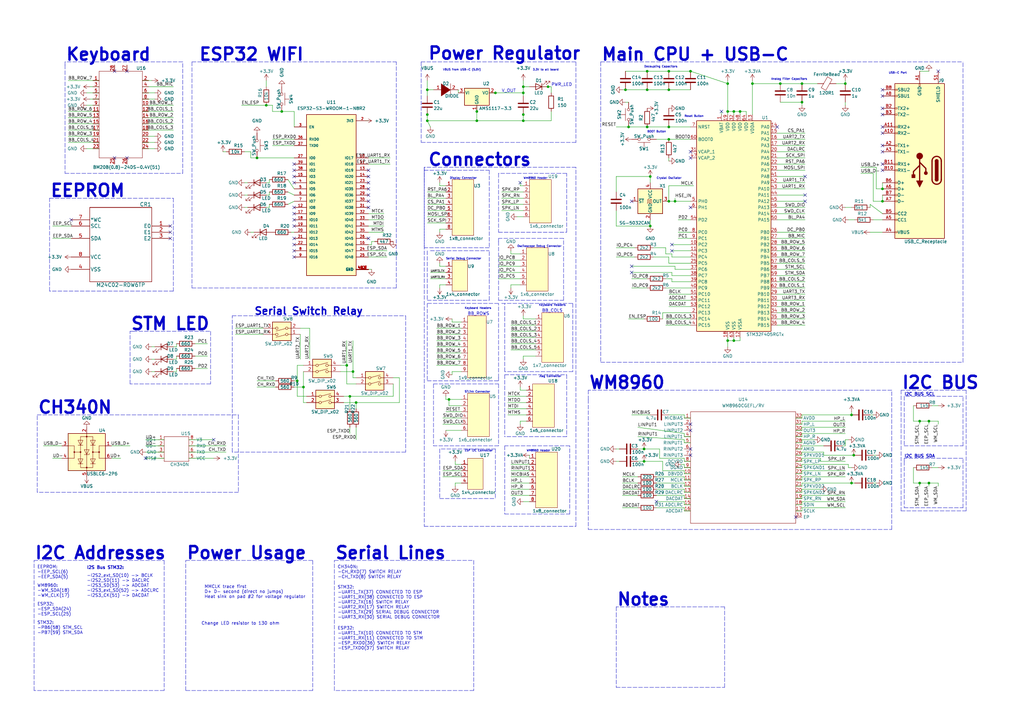
<source format=kicad_sch>
(kicad_sch (version 20211123) (generator eeschema)
  (paper "A3")
  (title_block (title "EV2 - FINN BERG") (date "2023-02-17") (company "CISCO SYSTEMS"))
  (junction (at 146.05 165.1))
  (junction (at 124.46 158.75))
  (junction (at 115.57 45.72))
  (junction (at 276.86 82.55))
  (junction (at 105.41 64.77))
  (junction (at 264.16 184.15))
  (junction (at 266.7 72.39))
  (junction (at 203.2 38.1))
  (junction (at 350.1594 186.69))
  (junction (at 195.58 45.72))
  (junction (at 328.93 41.91))
  (junction (at 109.22 43.18))
  (junction (at 175.26 46.99))
  (junction (at 266.7 92.71))
  (junction (at 264.16 189.23))
  (junction (at 214.63 38.1))
  (junction (at 320.04 34.29))
  (junction (at 175.26 36.83))
  (junction (at 224.79 35.56))
  (junction (at 283.21 29.21))
  (junction (at 274.32 36.83))
  (junction (at 274.32 57.15))
  (junction (at 298.45 45.72))
  (junction (at 121.92 156.21))
  (junction (at 298.45 139.7))
  (junction (at 377.19 198.12))
  (junction (at 265.43 29.21))
  (junction (at 214.63 46.99))
  (junction (at 195.58 49.53))
  (junction (at 214.63 35.56))
  (junction (at 274.32 52.07))
  (junction (at 328.93 34.29))
  (junction (at 300.99 45.72))
  (junction (at 265.43 36.83))
  (junction (at 175.26 49.53))
  (junction (at 214.63 49.53))
  (junction (at 361.95 77.47))
  (junction (at 349.25 198.12))
  (junction (at 274.32 29.21))
  (junction (at 346.71 34.29))
  (junction (at 144.78 152.4))
  (junction (at 308.61 34.29))
  (junction (at 142.24 149.86))
  (junction (at 377.19 172.72))
  (junction (at 257.81 52.07))
  (junction (at 361.95 82.55))
  (junction (at 265.43 52.07))
  (junction (at 349.25 170.18))
  (junction (at 184.15 163.83))
  (junction (at 274.32 82.55))
  (junction (at 143.51 162.56))
  (junction (at 381 198.12))
  (junction (at 256.54 36.83))
  (junction (at 381 172.72))
  (junction (at 298.45 34.29))
  (junction (at 300.99 139.7))
  (junction (at 303.53 45.72))
  (no_connect (at 283.21 62.23))
  (no_connect (at 69.85 97.79))
  (no_connect (at 120.65 67.31))
  (no_connect (at 361.95 67.31))
  (no_connect (at 330.2 72.39))
  (no_connect (at 361.95 36.83))
  (no_connect (at 361.95 54.61))
  (no_connect (at 151.13 69.85))
  (no_connect (at 151.13 77.47))
  (no_connect (at 283.21 173.99))
  (no_connect (at 69.85 95.25))
  (no_connect (at 326.39 212.09))
  (no_connect (at 120.65 105.41))
  (no_connect (at 151.13 82.55))
  (no_connect (at 120.65 100.33))
  (no_connect (at 120.65 72.39))
  (no_connect (at 69.85 92.71))
  (no_connect (at 361.95 39.37))
  (no_connect (at 269.24 205.74))
  (no_connect (at 120.65 87.63))
  (no_connect (at 120.65 102.87))
  (no_connect (at 151.13 85.09))
  (no_connect (at 151.13 97.79))
  (no_connect (at 361.95 44.45))
  (no_connect (at 330.2 82.55))
  (no_connect (at 46.99 64.77))
  (no_connect (at 361.95 59.69))
  (no_connect (at 361.95 46.99))
  (no_connect (at 283.21 184.15))
  (no_connect (at 120.65 90.17))
  (no_connect (at 259.08 82.55))
  (no_connect (at 295.91 45.72))
  (no_connect (at 120.65 92.71))
  (no_connect (at 151.13 80.01))
  (no_connect (at 151.13 74.93))
  (no_connect (at 283.21 176.53))
  (no_connect (at 120.65 74.93))
  (no_connect (at 384.81 29.21))
  (no_connect (at 275.59 100.33))
  (no_connect (at 29.21 90.17))
  (no_connect (at 46.99 29.21))
  (no_connect (at 283.21 64.77))
  (no_connect (at 283.21 186.69))
  (no_connect (at 120.65 97.79))
  (no_connect (at 213.36 74.93))
  (no_connect (at 120.65 85.09))
  (no_connect (at 361.95 62.23))
  (no_connect (at 361.95 52.07))
  (no_connect (at 87.63 180.34))
  (no_connect (at 59.69 187.96))
  (no_connect (at 361.95 69.85))
  (no_connect (at 259.08 109.22))
  (no_connect (at 259.08 111.76))
  (no_connect (at 52.07 64.77))
  (no_connect (at 275.59 102.87))
  (no_connect (at 52.07 29.21))
  (no_connect (at 120.65 69.85))
  (no_connect (at 318.77 52.07))
  (no_connect (at 283.21 85.09))
  (no_connect (at 330.2 80.01))
  (no_connect (at 151.13 72.39))
  (wire (pts (xy 77.47 187.96) (xy 87.63 187.96)))
  (wire (pts (xy 208.28 162.56) (xy 215.9 162.56)))
  (wire (pts (xy 219.71 146.05) (xy 214.63 146.05)))
  (wire (pts (xy 271.78 128.27) (xy 283.21 128.27)))
  (polyline (pts (xy 176.53 102.87) (xy 200.66 102.87)))
  (polyline (pts (xy 236.22 73.66) (xy 236.22 68.58)))
  (polyline (pts (xy 177.8 157.48) (xy 177.8 182.88)))
  (polyline (pts (xy 67.31 229.87) (xy 67.31 283.21)))
  (wire (pts (xy 254 189.23) (xy 252.73 189.23)))
  (wire (pts (xy 264.16 184.15) (xy 261.62 184.15)))
  (wire (pts (xy 318.77 87.63) (xy 330.2 87.63)))
  (wire (pts (xy 151.13 87.63) (xy 157.48 87.63)))
  (wire (pts (xy 27.94 55.88) (xy 40.64 55.88)))
  (wire (pts (xy 274.32 82.55) (xy 276.86 82.55)))
  (wire (pts (xy 254 184.15) (xy 252.73 184.15)))
  (wire (pts (xy 298.45 139.7) (xy 300.99 139.7)))
  (wire (pts (xy 275.59 111.76) (xy 275.59 113.03)))
  (polyline (pts (xy 128.27 229.87) (xy 128.27 283.21)))
  (wire (pts (xy 318.77 85.09) (xy 330.2 85.09)))
  (wire (pts (xy 209.55 143.51) (xy 219.71 143.51)))
  (wire (pts (xy 384.81 191.77) (xy 382.27 191.77)))
  (wire (pts (xy 111.76 43.18) (xy 111.76 45.72)))
  (wire (pts (xy 283.21 204.47) (xy 280.67 204.47)))
  (wire (pts (xy 274.32 107.95) (xy 283.21 107.95)))
  (wire (pts (xy 328.93 191.77) (xy 328.93 190.5)))
  (wire (pts (xy 280.67 198.12) (xy 269.24 198.12)))
  (wire (pts (xy 278.13 97.79) (xy 283.21 97.79)))
  (wire (pts (xy 274.32 36.83) (xy 283.21 36.83)))
  (wire (pts (xy 152.4 99.06) (xy 152.4 100.33)))
  (wire (pts (xy 318.77 59.69) (xy 330.2 59.69)))
  (wire (pts (xy 275.59 105.41) (xy 283.21 105.41)))
  (wire (pts (xy 214.63 205.74) (xy 217.17 205.74)))
  (wire (pts (xy 58.42 48.26) (xy 71.12 48.26)))
  (polyline (pts (xy 236.22 68.58) (xy 173.99 68.58)))
  (wire (pts (xy 27.94 58.42) (xy 40.64 58.42)))
  (polyline (pts (xy 200.66 101.6) (xy 173.99 101.6)))
  (wire (pts (xy 328.93 171.45) (xy 328.93 170.18)))
  (wire (pts (xy 175.26 83.82) (xy 182.88 83.82)))
  (wire (pts (xy 185.42 130.81) (xy 185.42 132.08)))
  (wire (pts (xy 350.52 198.12) (xy 349.25 198.12)))
  (wire (pts (xy 275.59 104.14) (xy 275.59 105.41)))
  (wire (pts (xy 382.27 166.37) (xy 384.81 166.37)))
  (polyline (pts (xy 166.37 129.54) (xy 166.37 185.42)))
  (polyline (pts (xy 234.95 152.4) (xy 207.01 152.4)))
  (wire (pts (xy 326.39 179.07) (xy 328.93 179.07)))
  (wire (pts (xy 320.04 41.91) (xy 328.93 41.91)))
  (wire (pts (xy 109.22 80.01) (xy 110.49 80.01)))
  (wire (pts (xy 283.21 207.01) (xy 280.67 207.01)))
  (wire (pts (xy 298.45 138.43) (xy 298.45 139.7)))
  (wire (pts (xy 381 198.12) (xy 384.81 198.12)))
  (polyline (pts (xy 97.79 201.93) (xy 15.24 201.93)))
  (wire (pts (xy 273.05 104.14) (xy 275.59 104.14)))
  (wire (pts (xy 280.67 196.85) (xy 280.67 195.58)))
  (polyline (pts (xy 95.25 129.54) (xy 166.37 129.54)))
  (wire (pts (xy 283.21 194.31) (xy 280.67 194.31)))
  (wire (pts (xy 359.41 68.58) (xy 353.06 68.58)))
  (wire (pts (xy 283.21 189.23) (xy 280.67 189.23)))
  (polyline (pts (xy 236.22 25.4) (xy 236.22 58.42)))
  (wire (pts (xy 328.93 170.18) (xy 349.25 170.18)))
  (polyline (pts (xy 54.61 135.89) (xy 86.36 135.89)))
  (wire (pts (xy 151.13 110.49) (xy 152.4 110.49)))
  (wire (pts (xy 384.81 198.12) (xy 384.81 199.39)))
  (wire (pts (xy 359.41 77.47) (xy 359.41 68.58)))
  (wire (pts (xy 328.93 177.8) (xy 346.71 177.8)))
  (wire (pts (xy 109.22 43.18) (xy 111.76 43.18)))
  (wire (pts (xy 62.23 147.32) (xy 63.5 147.32)))
  (wire (pts (xy 274.32 66.04) (xy 274.32 64.77)))
  (wire (pts (xy 217.17 187.96) (xy 217.17 186.69)))
  (wire (pts (xy 45.72 187.96) (xy 49.53 187.96)))
  (wire (pts (xy 273.05 118.11) (xy 283.21 118.11)))
  (polyline (pts (xy 365.76 217.17) (xy 365.76 160.02)))
  (wire (pts (xy 274.32 57.15) (xy 283.21 57.15)))
  (wire (pts (xy 181.61 171.45) (xy 189.23 171.45)))
  (polyline (pts (xy 67.31 283.21) (xy 13.97 283.21)))
  (wire (pts (xy 111.76 59.69) (xy 120.65 59.69)))
  (wire (pts (xy 265.43 29.21) (xy 274.32 29.21)))
  (wire (pts (xy 189.23 176.53) (xy 182.88 176.53)))
  (polyline (pts (xy 394.97 182.88) (xy 394.97 162.56)))
  (wire (pts (xy 356.87 95.25) (xy 361.95 95.25)))
  (wire (pts (xy 318.77 120.65) (xy 330.2 120.65)))
  (wire (pts (xy 146.05 154.94) (xy 144.78 154.94)))
  (wire (pts (xy 109.22 85.09) (xy 110.49 85.09)))
  (wire (pts (xy 265.43 52.07) (xy 274.32 52.07)))
  (polyline (pts (xy 370.84 189.23) (xy 370.84 208.28)))
  (polyline (pts (xy 137.16 283.21) (xy 137.16 229.87)))
  (polyline (pts (xy 394.97 148.59) (xy 394.97 25.4)))
  (polyline (pts (xy 370.84 162.56) (xy 370.84 182.88)))
  (wire (pts (xy 318.77 57.15) (xy 330.2 57.15)))
  (wire (pts (xy 182.88 168.91) (xy 189.23 168.91)))
  (wire (pts (xy 326.39 173.99) (xy 328.93 173.99)))
  (wire (pts (xy 36.83 40.64) (xy 40.64 40.64)))
  (wire (pts (xy 105.41 64.77) (xy 120.65 64.77)))
  (wire (pts (xy 328.93 34.29) (xy 335.28 34.29)))
  (wire (pts (xy 175.26 49.53) (xy 176.53 52.07)))
  (wire (pts (xy 350.52 90.17) (xy 347.98 90.17)))
  (wire (pts (xy 283.21 29.21) (xy 298.45 34.29)))
  (wire (pts (xy 209.55 190.5) (xy 217.17 190.5)))
  (wire (pts (xy 328.93 195.58) (xy 346.71 195.58)))
  (wire (pts (xy 77.47 182.88) (xy 92.71 182.88)))
  (polyline (pts (xy 74.93 25.4) (xy 26.67 25.4)))
  (wire (pts (xy 283.21 191.77) (xy 280.67 191.77)))
  (wire (pts (xy 175.26 36.83) (xy 177.8 36.83)))
  (wire (pts (xy 175.26 36.83) (xy 175.26 39.37)))
  (wire (pts (xy 274.32 82.55) (xy 274.32 76.2)))
  (wire (pts (xy 318.77 110.49) (xy 330.2 110.49)))
  (wire (pts (xy 256.54 41.91) (xy 257.81 41.91)))
  (wire (pts (xy 326.39 207.01) (xy 328.93 207.01)))
  (wire (pts (xy 179.07 137.16) (xy 189.23 137.16)))
  (wire (pts (xy 195.58 49.53) (xy 175.26 49.53)))
  (wire (pts (xy 110.49 73.66) (xy 110.49 74.93)))
  (wire (pts (xy 59.69 185.42) (xy 67.31 185.42)))
  (wire (pts (xy 182.88 116.84) (xy 180.34 116.84)))
  (wire (pts (xy 346.71 85.09) (xy 349.25 85.09)))
  (wire (pts (xy 374.65 198.12) (xy 377.19 198.12)))
  (wire (pts (xy 280.67 200.66) (xy 269.24 200.66)))
  (wire (pts (xy 328.93 194.31) (xy 328.93 193.04)))
  (wire (pts (xy 278.13 95.25) (xy 283.21 95.25)))
  (wire (pts (xy 298.45 45.72) (xy 300.99 45.72)))
  (polyline (pts (xy 207.01 182.88) (xy 207.01 210.82)))
  (wire (pts (xy 209.55 200.66) (xy 217.17 200.66)))
  (wire (pts (xy 144.78 152.4) (xy 139.7 152.4)))
  (wire (pts (xy 205.74 81.28) (xy 214.63 81.28)))
  (polyline (pts (xy 204.47 123.19) (xy 231.14 123.19)))
  (wire (pts (xy 275.59 115.57) (xy 275.59 114.3)))
  (wire (pts (xy 381 172.72) (xy 381 173.99)))
  (wire (pts (xy 326.39 199.39) (xy 328.93 199.39)))
  (polyline (pts (xy 204.47 157.48) (xy 204.47 182.88)))
  (polyline (pts (xy 204.47 124.46) (xy 175.26 124.46)))
  (wire (pts (xy 264.16 189.23) (xy 261.62 189.23)))
  (wire (pts (xy 259.08 111.76) (xy 275.59 111.76)))
  (wire (pts (xy 274.32 170.18) (xy 280.67 170.18)))
  (wire (pts (xy 377.19 172.72) (xy 377.19 173.99)))
  (polyline (pts (xy 95.25 185.42) (xy 95.25 129.54)))
  (polyline (pts (xy 173.99 68.58) (xy 173.99 215.9)))
  (polyline (pts (xy 173.99 69.85) (xy 200.66 69.85)))
  (polyline (pts (xy 175.26 102.87) (xy 175.26 123.19)))
  (wire (pts (xy 298.45 139.7) (xy 298.45 142.24)))
  (wire (pts (xy 361.95 87.63) (xy 356.87 83.82)))
  (wire (pts (xy 255.27 208.28) (xy 261.62 208.28)))
  (polyline (pts (xy 396.24 209.55) (xy 396.24 160.02)))
  (wire (pts (xy 77.47 185.42) (xy 92.71 185.42)))
  (wire (pts (xy 346.71 182.88) (xy 346.71 180.34)))
  (wire (pts (xy 58.42 50.8) (xy 71.12 50.8)))
  (wire (pts (xy 215.9 172.72) (xy 213.36 172.72)))
  (wire (pts (xy 356.87 170.18) (xy 358.14 170.18)))
  (wire (pts (xy 119.38 95.25) (xy 120.65 95.25)))
  (wire (pts (xy 151.13 64.77) (xy 160.02 64.77)))
  (wire (pts (xy 151.13 67.31) (xy 160.02 67.31)))
  (wire (pts (xy 328.93 205.74) (xy 346.71 205.74)))
  (polyline (pts (xy 172.72 25.4) (xy 172.72 58.42)))
  (wire (pts (xy 377.19 198.12) (xy 377.19 199.39)))
  (polyline (pts (xy 233.68 210.82) (xy 233.68 182.88)))
  (wire (pts (xy 176.53 114.3) (xy 182.88 114.3)))
  (wire (pts (xy 120.65 45.72) (xy 120.65 52.07)))
  (wire (pts (xy 58.42 58.42) (xy 63.5 58.42)))
  (wire (pts (xy 124.46 165.1) (xy 125.73 165.1)))
  (wire (pts (xy 99.06 43.18) (xy 109.22 43.18)))
  (wire (pts (xy 80.01 140.97) (xy 85.09 140.97)))
  (wire (pts (xy 283.21 120.65) (xy 274.32 120.65)))
  (wire (pts (xy 115.57 45.72) (xy 120.65 45.72)))
  (wire (pts (xy 208.28 167.64) (xy 215.9 167.64)))
  (wire (pts (xy 328.93 175.26) (xy 346.71 175.26)))
  (wire (pts (xy 256.54 29.21) (xy 265.43 29.21)))
  (wire (pts (xy 381 29.21) (xy 377.19 29.21)))
  (polyline (pts (xy 297.18 281.94) (xy 297.18 248.92)))
  (wire (pts (xy 186.69 190.5) (xy 186.69 189.23)))
  (wire (pts (xy 181.61 193.04) (xy 189.23 193.04)))
  (wire (pts (xy 91.44 62.23) (xy 92.71 62.23)))
  (wire (pts (xy 175.26 46.99) (xy 175.26 49.53)))
  (wire (pts (xy 252.73 78.74) (xy 252.73 72.39)))
  (wire (pts (xy 58.42 45.72) (xy 71.12 45.72)))
  (wire (pts (xy 328.93 207.01) (xy 328.93 205.74)))
  (wire (pts (xy 187.96 36.83) (xy 187.96 38.1)))
  (wire (pts (xy 161.29 157.48) (xy 161.29 162.56)))
  (wire (pts (xy 80.01 151.13) (xy 85.09 151.13)))
  (wire (pts (xy 71.12 147.32) (xy 72.39 147.32)))
  (wire (pts (xy 318.77 128.27) (xy 330.2 128.27)))
  (wire (pts (xy 109.22 74.93) (xy 110.49 74.93)))
  (wire (pts (xy 209.55 195.58) (xy 217.17 195.58)))
  (wire (pts (xy 298.45 33.02) (xy 298.45 34.29)))
  (polyline (pts (xy 365.76 160.02) (xy 241.3 160.02)))
  (wire (pts (xy 275.59 114.3) (xy 273.05 114.3)))
  (wire (pts (xy 377.19 172.72) (xy 381 172.72)))
  (wire (pts (xy 96.52 137.16) (xy 107.95 137.16)))
  (polyline (pts (xy 194.31 229.87) (xy 194.31 283.21)))
  (wire (pts (xy 283.21 171.45) (xy 280.67 171.45)))
  (wire (pts (xy 273.05 133.35) (xy 283.21 133.35)))
  (wire (pts (xy 358.14 82.55) (xy 358.14 71.12)))
  (wire (pts (xy 300.99 45.72) (xy 303.53 45.72)))
  (wire (pts (xy 280.67 191.77) (xy 280.67 190.5)))
  (wire (pts (xy 381 198.12) (xy 381 199.39)))
  (wire (pts (xy 213.36 116.84) (xy 209.55 116.84)))
  (wire (pts (xy 120.65 158.75) (xy 124.46 158.75)))
  (wire (pts (xy 27.94 53.34) (xy 40.64 53.34)))
  (polyline (pts (xy 297.18 248.92) (xy 252.73 248.92)))
  (wire (pts (xy 318.77 72.39) (xy 330.2 72.39)))
  (wire (pts (xy 142.24 139.7) (xy 142.24 149.86)))
  (wire (pts (xy 110.49 83.82) (xy 110.49 85.09)))
  (wire (pts (xy 256.54 36.83) (xy 265.43 36.83)))
  (wire (pts (xy 142.24 149.86) (xy 142.24 157.48)))
  (wire (pts (xy 58.42 53.34) (xy 71.12 53.34)))
  (wire (pts (xy 255.27 198.12) (xy 261.62 198.12)))
  (wire (pts (xy 280.67 209.55) (xy 280.67 208.28)))
  (polyline (pts (xy 128.27 283.21) (xy 76.2 283.21)))
  (wire (pts (xy 255.27 200.66) (xy 261.62 200.66)))
  (wire (pts (xy 326.39 196.85) (xy 328.93 196.85)))
  (wire (pts (xy 328.93 199.39) (xy 328.93 198.12)))
  (wire (pts (xy 318.77 102.87) (xy 330.2 102.87)))
  (wire (pts (xy 175.26 91.44) (xy 182.88 91.44)))
  (wire (pts (xy 175.26 86.36) (xy 182.88 86.36)))
  (polyline (pts (xy 13.97 229.87) (xy 67.31 229.87)))
  (wire (pts (xy 303.53 45.72) (xy 303.53 46.99)))
  (polyline (pts (xy 204.47 97.79) (xy 204.47 99.06)))
  (polyline (pts (xy 86.36 135.89) (xy 86.36 157.48)))
  (wire (pts (xy 204.47 114.3) (xy 213.36 114.3)))
  (wire (pts (xy 252.73 72.39) (xy 266.7 72.39)))
  (wire (pts (xy 271.78 193.04) (xy 271.78 189.23)))
  (wire (pts (xy 283.21 196.85) (xy 280.67 196.85)))
  (wire (pts (xy 326.39 186.69) (xy 328.93 186.69)))
  (wire (pts (xy 58.42 33.02) (xy 62.23 33.02)))
  (wire (pts (xy 203.2 38.1) (xy 214.63 38.1)))
  (wire (pts (xy 275.59 100.33) (xy 283.21 100.33)))
  (wire (pts (xy 27.94 33.02) (xy 40.64 33.02)))
  (wire (pts (xy 280.67 181.61) (xy 280.67 180.34)))
  (wire (pts (xy 280.67 180.34) (xy 261.62 179.07)))
  (wire (pts (xy 259.08 170.18) (xy 266.7 170.18)))
  (wire (pts (xy 182.88 76.2) (xy 180.34 76.2)))
  (wire (pts (xy 346.71 41.91) (xy 346.71 43.18)))
  (polyline (pts (xy 232.41 179.07) (xy 207.01 179.07)))
  (wire (pts (xy 71.12 152.4) (xy 72.39 152.4)))
  (polyline (pts (xy 175.26 124.46) (xy 175.26 156.21)))
  (polyline (pts (xy 370.84 187.96) (xy 370.84 189.23)))
  (wire (pts (xy 259.08 109.22) (xy 276.86 109.22)))
  (wire (pts (xy 280.67 171.45) (xy 280.67 170.18)))
  (wire (pts (xy 318.77 82.55) (xy 330.2 82.55)))
  (wire (pts (xy 209.55 138.43) (xy 219.71 138.43)))
  (wire (pts (xy 209.55 116.84) (xy 209.55 118.11)))
  (wire (pts (xy 58.42 60.96) (xy 63.5 60.96)))
  (wire (pts (xy 143.51 162.56) (xy 161.29 162.56)))
  (wire (pts (xy 280.67 189.23) (xy 280.67 187.96)))
  (wire (pts (xy 336.55 189.23) (xy 346.71 189.23)))
  (wire (pts (xy 219.71 130.81) (xy 214.63 130.81)))
  (wire (pts (xy 58.42 40.64) (xy 63.5 40.64)))
  (wire (pts (xy 109.22 33.02) (xy 109.22 35.56)))
  (polyline (pts (xy 26.67 71.12) (xy 74.93 71.12)))
  (wire (pts (xy 72.39 146.05) (xy 72.39 147.32)))
  (wire (pts (xy 328.93 179.07) (xy 328.93 177.8)))
  (wire (pts (xy 149.86 49.53) (xy 151.13 49.53)))
  (wire (pts (xy 342.9 34.29) (xy 346.71 34.29)))
  (polyline (pts (xy 97.79 170.18) (xy 97.79 201.93)))
  (wire (pts (xy 377.19 198.12) (xy 381 198.12)))
  (wire (pts (xy 181.61 195.58) (xy 189.23 195.58)))
  (wire (pts (xy 326.39 176.53) (xy 328.93 176.53)))
  (wire (pts (xy 189.23 132.08) (xy 185.42 132.08)))
  (polyline (pts (xy 172.72 25.4) (xy 236.22 25.4)))
  (wire (pts (xy 214.63 33.02) (xy 214.63 35.56)))
  (wire (pts (xy 318.77 113.03) (xy 330.2 113.03)))
  (wire (pts (xy 195.58 45.72) (xy 195.58 49.53)))
  (wire (pts (xy 318.77 74.93) (xy 330.2 74.93)))
  (wire (pts (xy 347.98 191.77) (xy 349.25 191.77)))
  (polyline (pts (xy 204.47 154.94) (xy 204.47 124.46)))
  (wire (pts (xy 328.93 201.93) (xy 328.93 200.66)))
  (wire (pts (xy 163.83 154.94) (xy 163.83 165.1)))
  (wire (pts (xy 189.23 152.4) (xy 185.42 152.4)))
  (wire (pts (xy 256.54 36.83) (xy 255.27 36.83)))
  (wire (pts (xy 151.13 102.87) (xy 158.75 102.87)))
  (wire (pts (xy 300.99 45.72) (xy 300.99 46.99)))
  (polyline (pts (xy 252.73 248.92) (xy 252.73 251.46)))
  (wire (pts (xy 271.78 189.23) (xy 264.16 189.23)))
  (wire (pts (xy 45.72 182.88) (xy 53.34 182.88)))
  (wire (pts (xy 273.05 101.6) (xy 273.05 104.14)))
  (wire (pts (xy 180.34 74.93) (xy 180.34 76.2)))
  (wire (pts (xy 267.97 101.6) (xy 273.05 101.6)))
  (wire (pts (xy 35.56 60.96) (xy 40.64 60.96)))
  (wire (pts (xy 209.55 102.87) (xy 209.55 104.14)))
  (wire (pts (xy 102.87 62.23) (xy 102.87 64.77)))
  (wire (pts (xy 374.65 191.77) (xy 374.65 198.12)))
  (wire (pts (xy 349.25 168.91) (xy 349.25 170.18)))
  (wire (pts (xy 179.07 142.24) (xy 189.23 142.24)))
  (wire (pts (xy 179.07 134.62) (xy 189.23 134.62)))
  (wire (pts (xy 59.69 187.96) (xy 67.31 187.96)))
  (wire (pts (xy 146.05 157.48) (xy 142.24 157.48)))
  (polyline (pts (xy 394.97 187.96) (xy 370.84 187.96)))
  (wire (pts (xy 266.7 90.17) (xy 266.7 92.71)))
  (wire (pts (xy 267.97 105.41) (xy 274.32 105.41)))
  (polyline (pts (xy 204.47 154.94) (xy 204.47 156.21)))
  (wire (pts (xy 280.67 203.2) (xy 269.24 203.2)))
  (wire (pts (xy 326.39 209.55) (xy 328.93 209.55)))
  (wire (pts (xy 328.93 193.04) (xy 346.71 193.04)))
  (polyline (pts (xy 382.27 162.56) (xy 370.84 162.56)))
  (wire (pts (xy 259.08 118.11) (xy 265.43 118.11)))
  (polyline (pts (xy 204.47 99.06) (xy 204.47 123.19)))
  (polyline (pts (xy 71.12 81.28) (xy 71.12 119.38)))
  (polyline (pts (xy 207.01 153.67) (xy 207.01 179.07)))
  (wire (pts (xy 184.15 166.37) (xy 184.15 163.83)))
  (wire (pts (xy 326.39 204.47) (xy 328.93 204.47)))
  (wire (pts (xy 161.29 154.94) (xy 163.83 154.94)))
  (wire (pts (xy 182.88 109.22) (xy 180.34 109.22)))
  (polyline (pts (xy 20.32 81.28) (xy 71.12 81.28)))
  (wire (pts (xy 328.93 209.55) (xy 328.93 208.28)))
  (wire (pts (xy 273.05 130.81) (xy 283.21 130.81)))
  (wire (pts (xy 100.33 62.23) (xy 102.87 62.23)))
  (wire (pts (xy 280.67 205.74) (xy 269.24 205.74)))
  (wire (pts (xy 326.39 189.23) (xy 328.93 189.23)))
  (polyline (pts (xy 241.3 160.02) (xy 241.3 163.83)))
  (wire (pts (xy 328.93 187.96) (xy 336.55 187.96)))
  (polyline (pts (xy 370.84 182.88) (xy 394.97 182.88)))
  (wire (pts (xy 274.32 76.2) (xy 284.48 76.2)))
  (wire (pts (xy 204.47 109.22) (xy 213.36 109.22)))
  (wire (pts (xy 265.43 36.83) (xy 274.32 36.83)))
  (wire (pts (xy 189.23 163.83) (xy 184.15 163.83)))
  (wire (pts (xy 255.27 203.2) (xy 261.62 203.2)))
  (wire (pts (xy 77.47 180.34) (xy 87.63 180.34)))
  (wire (pts (xy 295.91 46.99) (xy 295.91 45.72)))
  (wire (pts (xy 276.86 81.28) (xy 276.86 82.55)))
  (wire (pts (xy 328.93 172.72) (xy 346.71 172.72)))
  (polyline (pts (xy 207.01 210.82) (xy 233.68 210.82)))
  (wire (pts (xy 269.24 57.15) (xy 274.32 57.15)))
  (polyline (pts (xy 53.34 135.89) (xy 54.61 135.89)))
  (wire (pts (xy 214.63 76.2) (xy 213.36 76.2)))
  (wire (pts (xy 275.59 102.87) (xy 283.21 102.87)))
  (wire (pts (xy 358.14 71.12) (xy 353.06 71.12)))
  (wire (pts (xy 124.46 152.4) (xy 124.46 158.75)))
  (wire (pts (xy 328.93 190.5) (xy 347.98 190.5)))
  (wire (pts (xy 209.55 193.04) (xy 217.17 193.04)))
  (wire (pts (xy 308.61 34.29) (xy 308.61 46.99)))
  (wire (pts (xy 298.45 45.72) (xy 298.45 46.99)))
  (wire (pts (xy 209.55 140.97) (xy 219.71 140.97)))
  (polyline (pts (xy 231.14 97.79) (xy 204.47 97.79)))
  (polyline (pts (xy 246.38 148.59) (xy 394.97 148.59)))
  (wire (pts (xy 300.99 139.7) (xy 303.53 139.7)))
  (polyline (pts (xy 205.74 124.46) (xy 234.95 124.46)))
  (wire (pts (xy 151.13 92.71) (xy 157.48 92.71)))
  (wire (pts (xy 200.66 38.1) (xy 203.2 38.1)))
  (wire (pts (xy 36.83 35.56) (xy 40.64 35.56)))
  (wire (pts (xy 318.77 100.33) (xy 330.2 100.33)))
  (polyline (pts (xy 173.99 69.85) (xy 173.99 101.6)))
  (polyline (pts (xy 162.56 118.11) (xy 162.56 25.4)))
  (wire (pts (xy 127 134.62) (xy 123.19 134.62)))
  (wire (pts (xy 121.92 156.21) (xy 121.92 162.56)))
  (wire (pts (xy 361.95 74.93) (xy 361.95 77.47)))
  (wire (pts (xy 328.93 203.2) (xy 346.71 203.2)))
  (wire (pts (xy 279.4 190.5) (xy 280.67 190.5)))
  (wire (pts (xy 151.13 105.41) (xy 158.75 105.41)))
  (polyline (pts (xy 26.67 25.4) (xy 26.67 26.67)))
  (polyline (pts (xy 204.47 182.88) (xy 177.8 182.88)))
  (wire (pts (xy 318.77 90.17) (xy 330.2 90.17)))
  (wire (pts (xy 257.81 52.07) (xy 265.43 52.07)))
  (wire (pts (xy 27.94 48.26) (xy 40.64 48.26)))
  (wire (pts (xy 328.93 185.42) (xy 337.82 185.42)))
  (polyline (pts (xy 396.24 160.02) (xy 369.57 160.02)))
  (wire (pts (xy 27.94 50.8) (xy 40.64 50.8)))
  (polyline (pts (xy 232.41 95.25) (xy 232.41 71.12)))
  (polyline (pts (xy 203.2 184.15) (xy 203.2 204.47)))
  (wire (pts (xy 381 172.72) (xy 384.81 172.72)))
  (wire (pts (xy 189.23 198.12) (xy 186.69 198.12)))
  (wire (pts (xy 21.59 187.96) (xy 25.4 187.96)))
  (wire (pts (xy 318.77 62.23) (xy 330.2 62.23)))
  (wire (pts (xy 320.04 34.29) (xy 328.93 34.29)))
  (wire (pts (xy 58.42 35.56) (xy 71.12 35.56)))
  (wire (pts (xy 300.99 138.43) (xy 300.99 139.7)))
  (wire (pts (xy 209.55 133.35) (xy 219.71 133.35)))
  (polyline (pts (xy 369.57 209.55) (xy 396.24 209.55)))
  (wire (pts (xy 208.28 170.18) (xy 215.9 170.18)))
  (wire (pts (xy 283.21 201.93) (xy 280.67 201.93)))
  (polyline (pts (xy 236.22 215.9) (xy 236.22 176.53)))
  (polyline (pts (xy 233.68 182.88) (xy 207.01 182.88)))
  (polyline (pts (xy 232.41 71.12) (xy 229.87 71.12)))
  (wire (pts (xy 214.63 35.56) (xy 214.63 38.1)))
  (wire (pts (xy 214.63 38.1) (xy 214.63 39.37)))
  (wire (pts (xy 209.55 135.89) (xy 219.71 135.89)))
  (polyline (pts (xy 177.8 157.48) (xy 204.47 157.48)))
  (polyline (pts (xy 246.38 25.4) (xy 394.97 25.4)))
  (wire (pts (xy 175.26 78.74) (xy 182.88 78.74)))
  (wire (pts (xy 252.73 92.71) (xy 266.7 92.71)))
  (wire (pts (xy 280.67 177.8) (xy 261.62 175.26)))
  (wire (pts (xy 180.34 109.22) (xy 180.34 107.95)))
  (wire (pts (xy 179.07 149.86) (xy 189.23 149.86)))
  (wire (pts (xy 224.79 35.56) (xy 226.06 35.56)))
  (wire (pts (xy 205.74 83.82) (xy 214.63 83.82)))
  (wire (pts (xy 151.13 90.17) (xy 157.48 90.17)))
  (wire (pts (xy 222.25 35.56) (xy 224.79 35.56)))
  (wire (pts (xy 72.39 151.13) (xy 72.39 152.4)))
  (wire (pts (xy 346.71 180.34) (xy 347.98 180.34)))
  (wire (pts (xy 195.58 43.18) (xy 195.58 45.72)))
  (wire (pts (xy 356.87 83.82) (xy 356.87 85.09)))
  (wire (pts (xy 274.32 29.21) (xy 283.21 29.21)))
  (polyline (pts (xy 86.36 157.48) (xy 53.34 157.48)))
  (wire (pts (xy 100.33 85.09) (xy 101.6 85.09)))
  (wire (pts (xy 96.52 134.62) (xy 107.95 134.62)))
  (wire (pts (xy 100.33 80.01) (xy 101.6 80.01)))
  (wire (pts (xy 358.14 186.69) (xy 359.41 186.69)))
  (wire (pts (xy 326.39 184.15) (xy 328.93 184.15)))
  (wire (pts (xy 142.24 149.86) (xy 139.7 149.86)))
  (wire (pts (xy 213.36 172.72) (xy 213.36 173.99)))
  (wire (pts (xy 226.06 45.72) (xy 226.06 49.53)))
  (wire (pts (xy 347.98 190.5) (xy 347.98 191.77)))
  (wire (pts (xy 118.11 83.82) (xy 120.65 82.55)))
  (wire (pts (xy 176.53 111.76) (xy 182.88 111.76)))
  (polyline (pts (xy 394.97 208.28) (xy 394.97 187.96)))
  (wire (pts (xy 35.56 38.1) (xy 40.64 38.1)))
  (wire (pts (xy 153.67 99.06) (xy 152.4 99.06)))
  (wire (pts (xy 205.74 86.36) (xy 214.63 86.36)))
  (wire (pts (xy 328.93 200.66) (xy 336.55 200.66)))
  (wire (pts (xy 283.21 179.07) (xy 280.67 179.07)))
  (wire (pts (xy 214.63 46.99) (xy 214.63 49.53)))
  (wire (pts (xy 100.33 74.93) (xy 101.6 74.93)))
  (wire (pts (xy 270.51 184.15) (xy 264.16 184.15)))
  (wire (pts (xy 151.13 95.25) (xy 157.48 95.25)))
  (wire (pts (xy 326.39 201.93) (xy 328.93 201.93)))
  (wire (pts (xy 350.1594 186.69) (xy 350.52 186.69)))
  (wire (pts (xy 328.93 181.61) (xy 328.93 180.34)))
  (wire (pts (xy 280.67 207.01) (xy 280.67 205.74)))
  (polyline (pts (xy 236.22 58.42) (xy 172.72 58.42)))
  (wire (pts (xy 318.77 115.57) (xy 330.2 115.57)))
  (wire (pts (xy 72.39 140.97) (xy 72.39 142.24)))
  (wire (pts (xy 306.07 45.72) (xy 306.07 46.99)))
  (wire (pts (xy 318.77 125.73) (xy 330.2 125.73)))
  (wire (pts (xy 318.77 107.95) (xy 330.2 107.95)))
  (wire (pts (xy 276.86 82.55) (xy 283.21 82.55)))
  (wire (pts (xy 283.21 115.57) (xy 275.59 115.57)))
  (wire (pts (xy 214.63 49.53) (xy 226.06 49.53)))
  (wire (pts (xy 358.14 198.12) (xy 359.41 198.12)))
  (polyline (pts (xy 26.67 26.67) (xy 26.67 71.12)))
  (wire (pts (xy 328.93 184.15) (xy 328.93 182.88)))
  (polyline (pts (xy 15.24 201.93) (xy 15.24 170.18)))
  (wire (pts (xy 337.82 186.69) (xy 350.1594 186.69)))
  (wire (pts (xy 283.21 113.03) (xy 275.59 113.03)))
  (wire (pts (xy 328.93 41.91) (xy 328.93 43.18)))
  (wire (pts (xy 269.24 195.58) (xy 280.67 195.58)))
  (wire (pts (xy 308.61 34.29) (xy 320.04 34.29)))
  (polyline (pts (xy 200.66 123.19) (xy 200.66 102.87)))
  (wire (pts (xy 318.77 64.77) (xy 330.2 64.77)))
  (polyline (pts (xy 20.32 119.38) (xy 20.32 81.28)))
  (wire (pts (xy 384.81 172.72) (xy 384.81 173.99)))
  (wire (pts (xy 214.63 88.9) (xy 212.09 88.9)))
  (wire (pts (xy 111.76 45.72) (xy 115.57 45.72)))
  (wire (pts (xy 361.95 80.01) (xy 361.95 82.55)))
  (wire (pts (xy 298.45 34.29) (xy 298.45 45.72)))
  (wire (pts (xy 318.77 123.19) (xy 330.2 123.19)))
  (wire (pts (xy 204.47 106.68) (xy 213.36 106.68)))
  (wire (pts (xy 140.97 165.1) (xy 146.05 165.1)))
  (wire (pts (xy 214.63 129.54) (xy 214.63 130.81)))
  (wire (pts (xy 326.39 191.77) (xy 328.93 191.77)))
  (wire (pts (xy 58.42 38.1) (xy 63.5 38.1)))
  (wire (pts (xy 283.21 110.49) (xy 276.86 110.49)))
  (wire (pts (xy 58.42 55.88) (xy 63.5 55.88)))
  (polyline (pts (xy 180.34 204.47) (xy 203.2 204.47)))
  (polyline (pts (xy 204.47 95.25) (xy 232.41 95.25)))
  (wire (pts (xy 209.55 203.2) (xy 217.17 203.2)))
  (wire (pts (xy 180.34 93.98) (xy 180.34 95.25)))
  (polyline (pts (xy 252.73 248.92) (xy 252.73 248.92)))
  (wire (pts (xy 179.07 139.7) (xy 189.23 139.7)))
  (wire (pts (xy 152.4 100.33) (xy 151.13 100.33)))
  (wire (pts (xy 280.67 187.96) (xy 270.51 187.96)))
  (wire (pts (xy 303.53 45.72) (xy 306.07 45.72)))
  (wire (pts (xy 283.21 123.19) (xy 274.32 123.19)))
  (wire (pts (xy 361.95 77.47) (xy 359.41 77.47)))
  (wire (pts (xy 328.93 196.85) (xy 328.93 195.58)))
  (polyline (pts (xy 232.41 153.67) (xy 232.41 179.07)))
  (wire (pts (xy 35.56 43.18) (xy 40.64 43.18)))
  (wire (pts (xy 102.87 64.77) (xy 105.41 64.77)))
  (wire (pts (xy 62.23 152.4) (xy 63.5 152.4)))
  (wire (pts (xy 326.39 171.45) (xy 328.93 171.45)))
  (wire (pts (xy 328.93 189.23) (xy 328.93 187.96)))
  (polyline (pts (xy 74.93 71.12) (xy 74.93 25.4)))
  (wire (pts (xy 361.95 82.55) (xy 358.14 82.55)))
  (wire (pts (xy 189.23 190.5) (xy 186.69 190.5)))
  (wire (pts (xy 303.53 138.43) (xy 303.53 139.7)))
  (wire (pts (xy 252.73 86.36) (xy 252.73 92.71)))
  (wire (pts (xy 182.88 162.56) (xy 182.88 163.83)))
  (wire (pts (xy 374.65 166.37) (xy 374.65 172.72)))
  (polyline (pts (xy 241.3 163.83) (xy 241.3 217.17)))
  (wire (pts (xy 143.51 175.26) (xy 143.51 177.8)))
  (wire (pts (xy 180.34 116.84) (xy 180.34 118.11)))
  (wire (pts (xy 27.94 45.72) (xy 40.64 45.72)))
  (wire (pts (xy 255.27 195.58) (xy 261.62 195.58)))
  (wire (pts (xy 274.32 125.73) (xy 283.21 125.73)))
  (polyline (pts (xy 76.2 283.21) (xy 76.2 229.87)))
  (wire (pts (xy 252.73 52.07) (xy 257.81 52.07)))
  (wire (pts (xy 318.77 77.47) (xy 330.2 77.47)))
  (wire (pts (xy 328.93 208.28) (xy 346.71 208.28)))
  (wire (pts (xy 280.67 199.39) (xy 280.67 198.12)))
  (wire (pts (xy 276.86 109.22) (xy 276.86 110.49)))
  (wire (pts (xy 59.69 180.34) (xy 67.31 180.34)))
  (wire (pts (xy 280.67 208.28) (xy 269.24 208.28)))
  (polyline (pts (xy 78.74 118.11) (xy 162.56 118.11)))
  (wire (pts (xy 146.05 165.1) (xy 163.83 165.1)))
  (polyline (pts (xy 180.34 184.15) (xy 180.34 204.47)))
  (wire (pts (xy 318.77 118.11) (xy 330.2 118.11)))
  (wire (pts (xy 143.51 162.56) (xy 143.51 167.64)))
  (wire (pts (xy 175.26 81.28) (xy 182.88 81.28)))
  (wire (pts (xy 326.39 181.61) (xy 328.93 181.61)))
  (wire (pts (xy 252.73 105.41) (xy 260.35 105.41)))
  (wire (pts (xy 257.81 130.81) (xy 264.16 130.81)))
  (wire (pts (xy 337.82 185.42) (xy 337.82 186.69)))
  (wire (pts (xy 328.93 198.12) (xy 349.25 198.12)))
  (polyline (pts (xy 175.26 156.21) (xy 204.47 156.21)))
  (polyline (pts (xy 369.57 160.02) (xy 369.57 209.55)))
  (polyline (pts (xy 53.34 157.48) (xy 53.34 135.89)))
  (wire (pts (xy 175.26 33.02) (xy 175.26 36.83)))
  (wire (pts (xy 213.36 158.75) (xy 213.36 160.02)))
  (wire (pts (xy 179.07 147.32) (xy 189.23 147.32)))
  (wire (pts (xy 124.46 149.86) (xy 121.92 149.86)))
  (polyline (pts (xy 241.3 217.17) (xy 365.76 217.17)))
  (wire (pts (xy 195.58 49.53) (xy 214.63 49.53)))
  (wire (pts (xy 123.19 147.32) (xy 123.19 137.16)))
  (wire (pts (xy 328.93 180.34) (xy 334.01 180.34)))
  (wire (pts (xy 118.11 78.74) (xy 120.65 80.01)))
  (wire (pts (xy 283.21 199.39) (xy 280.67 199.39)))
  (polyline (pts (xy 229.87 71.12) (xy 204.47 71.12)))
  (wire (pts (xy 110.49 78.74) (xy 110.49 80.01)))
  (wire (pts (xy 328.93 176.53) (xy 328.93 175.26)))
  (polyline (pts (xy 204.47 71.12) (xy 204.47 95.25)))
  (polyline (pts (xy 78.74 25.4) (xy 78.74 118.11)))
  (wire (pts (xy 274.32 105.41) (xy 274.32 107.95)))
  (wire (pts (xy 280.67 179.07) (xy 280.67 177.8)))
  (wire (pts (xy 146.05 175.26) (xy 146.05 180.34)))
  (wire (pts (xy 120.65 156.21) (xy 121.92 156.21)))
  (wire (pts (xy 259.08 114.3) (xy 265.43 114.3)))
  (wire (pts (xy 213.36 104.14) (xy 209.55 104.14)))
  (wire (pts (xy 318.77 130.81) (xy 330.2 130.81)))
  (polyline (pts (xy 173.99 68.58) (xy 173.99 74.93)))
  (polyline (pts (xy 76.2 229.87) (xy 128.27 229.87)))
  (wire (pts (xy 118.11 73.66) (xy 120.65 77.47)))
  (wire (pts (xy 140.97 162.56) (xy 143.51 162.56)))
  (wire (pts (xy 358.14 90.17) (xy 361.95 90.17)))
  (wire (pts (xy 111.76 57.15) (xy 120.65 57.15)))
  (wire (pts (xy 182.88 93.98) (xy 180.34 93.98)))
  (wire (pts (xy 121.92 149.86) (xy 121.92 156.21)))
  (wire (pts (xy 318.77 95.25) (xy 330.2 95.25)))
  (polyline (pts (xy 78.74 25.4) (xy 162.56 25.4)))
  (wire (pts (xy 318.77 69.85) (xy 330.2 69.85)))
  (wire (pts (xy 318.77 133.35) (xy 330.2 133.35)))
  (polyline (pts (xy 175.26 123.19) (xy 200.66 123.19)))
  (polyline (pts (xy 15.24 170.18) (xy 97.79 170.18)))
  (wire (pts (xy 208.28 165.1) (xy 215.9 165.1)))
  (wire (pts (xy 308.61 33.02) (xy 308.61 34.29)))
  (wire (pts (xy 280.67 204.47) (xy 280.67 203.2)))
  (wire (pts (xy 179.07 144.78) (xy 189.23 144.78)))
  (polyline (pts (xy 13.97 283.21) (xy 13.97 229.87)))
  (wire (pts (xy 204.47 111.76) (xy 213.36 111.76)))
  (wire (pts (xy 266.7 72.39) (xy 266.7 74.93)))
  (wire (pts (xy 215.9 160.02) (xy 213.36 160.02)))
  (wire (pts (xy 283.21 181.61) (xy 280.67 181.61)))
  (wire (pts (xy 326.39 194.31) (xy 328.93 194.31)))
  (wire (pts (xy 318.77 80.01) (xy 330.2 80.01)))
  (wire (pts (xy 318.77 97.79) (xy 330.2 97.79)))
  (wire (pts (xy 21.59 97.79) (xy 29.21 97.79)))
  (wire (pts (xy 105.41 156.21) (xy 113.03 156.21)))
  (wire (pts (xy 17.78 182.88) (xy 25.4 182.88)))
  (wire (pts (xy 213.36 74.93) (xy 213.36 76.2)))
  (wire (pts (xy 124.46 158.75) (xy 124.46 165.1)))
  (polyline (pts (xy 252.73 251.46) (xy 252.73 281.94)))
  (polyline (pts (xy 394.97 162.56) (xy 382.27 162.56)))
  (wire (pts (xy 21.59 92.71) (xy 29.21 92.71)))
  (wire (pts (xy 226.06 35.56) (xy 226.06 38.1)))
  (wire (pts (xy 328.93 182.88) (xy 337.82 182.88)))
  (polyline (pts (xy 207.01 153.67) (xy 232.41 153.67)))
  (polyline (pts (xy 137.16 229.87) (xy 194.31 229.87)))
  (polyline (pts (xy 370.84 208.28) (xy 394.97 208.28)))
  (polyline (pts (xy 166.37 185.42) (xy 95.25 185.42)))
  (polyline (pts (xy 234.95 124.46) (xy 234.95 152.4)))
  (wire (pts (xy 209.55 198.12) (xy 217.17 198.12)))
  (polyline (pts (xy 231.14 123.19) (xy 231.14 97.79)))
  (wire (pts (xy 374.65 172.72) (xy 377.19 172.72)))
  (polyline (pts (xy 252.73 281.94) (xy 297.18 281.94)))
  (wire (pts (xy 328.93 173.99) (xy 328.93 172.72)))
  (wire (pts (xy 175.26 44.45) (xy 175.26 46.99)))
  (wire (pts (xy 270.51 187.96) (xy 270.51 184.15)))
  (wire (pts (xy 58.42 43.18) (xy 71.12 43.18)))
  (wire (pts (xy 274.32 52.07) (xy 283.21 52.07)))
  (wire (pts (xy 336.55 187.96) (xy 336.55 189.23)))
  (wire (pts (xy 121.92 162.56) (xy 125.73 162.56)))
  (wire (pts (xy 280.67 201.93) (xy 280.67 200.66)))
  (wire (pts (xy 214.63 44.45) (xy 214.63 46.99)))
  (wire (pts (xy 271.78 128.27) (xy 271.78 130.81)))
  (wire (pts (xy 252.73 101.6) (xy 260.35 101.6)))
  (wire (pts (xy 318.77 67.31) (xy 330.2 67.31)))
  (wire (pts (xy 144.78 139.7) (xy 144.78 152.4)))
  (wire (pts (xy 59.69 182.88) (xy 67.31 182.88)))
  (wire (pts (xy 214.63 146.05) (xy 214.63 147.32)))
  (wire (pts (xy 185.42 152.4) (xy 185.42 153.67)))
  (wire (pts (xy 345.44 182.88) (xy 346.71 182.88)))
  (wire (pts (xy 189.23 166.37) (xy 184.15 166.37)))
  (wire (pts (xy 62.23 142.24) (xy 63.5 142.24)))
  (polyline (pts (xy 246.38 25.4) (xy 246.38 148.59)))
  (wire (pts (xy 318.77 54.61) (xy 330.2 54.61)))
  (wire (pts (xy 346.71 33.02) (xy 346.71 34.29)))
  (wire (pts (xy 181.61 173.99) (xy 189.23 173.99)))
  (wire (pts (xy 283.21 209.55) (xy 280.67 209.55)))
  (polyline (pts (xy 200.66 69.85) (xy 200.66 101.6)))
  (wire (pts (xy 214.63 35.56) (xy 217.17 35.56)))
  (wire (pts (xy 280.67 193.04) (xy 271.78 193.04)))
  (polyline (pts (xy 236.22 176.53) (xy 236.22 73.66)))
  (polyline (pts (xy 203.2 184.15) (xy 180.34 184.15)))
  (wire (pts (xy 280.67 194.31) (xy 280.67 193.04)))
  (polyline (pts (xy 194.31 283.21) (xy 137.16 283.21)))
  (wire (pts (xy 80.01 146.05) (xy 85.09 146.05)))
  (wire (pts (xy 318.77 105.41) (xy 330.2 105.41)))
  (wire (pts (xy 146.05 165.1) (xy 146.05 167.64)))
  (wire (pts (xy 186.69 198.12) (xy 186.69 199.39)))
  (wire (pts (xy 144.78 152.4) (xy 144.78 154.94)))
  (polyline (pts (xy 71.12 119.38) (xy 20.32 119.38)))
  (wire (pts (xy 127 147.32) (xy 127 134.62)))
  (wire (pts (xy 328.93 204.47) (xy 328.93 203.2)))
  (polyline (pts (xy 173.99 215.9) (xy 236.22 215.9)))
  (wire (pts (xy 205.74 78.74) (xy 214.63 78.74)))
  (polyline (pts (xy 207.01 152.4) (xy 207.01 124.46)))
  (wire (pts (xy 184.15 163.83) (xy 182.88 163.83)))
  (wire (pts (xy 105.41 158.75) (xy 113.03 158.75)))
  (wire (pts (xy 175.26 88.9) (xy 182.88 88.9)))
  (wire (pts (xy 71.12 142.24) (xy 72.39 142.24)))
  (wire (pts (xy 278.13 90.17) (xy 283.21 90.17)))
  (wire (pts (xy 102.87 95.25) (xy 104.14 95.25)))
  (wire (pts (xy 328.93 186.69) (xy 328.93 185.42)))
  (text "STM32:\n-UART1_TX(37) CONNECTED TO ESP\n-UART1_RX(38) CONNECTED TO ESP\n-UART2_TX(16) SWITCH RELAY\n-UART2_RX(17) SWITCH RELAY\n-UART3_TX(29) SERIAL DEBUG CONNECTOR\n-UART3_RX(30) SERIAL DEBUG CONNECTOR" (at 138.43 254 0) (effects (font (size 1.27 1.27)) (justify left bottom)))
  (text "Serial Switch Relay" (at 104.14 129.54 0) (effects (font (size 3 3) bold) (justify left bottom)))
  (text "EEPROM:\n-EEP_SCL(6) \n-EEP_SDA(5)" (at 15.24 237.49 0) (effects (font (size 1.27 1.27)) (justify left bottom)))
  (text "I2S Bus STM32:" (at 35.56 233.68 0) (effects (font (size 1.27 1.27) (thickness 0.254) bold) (justify left bottom)))
  (text "BB_COLS\n" (at 222.25 128.27 0) (effects (font (size 1.27 1.27)) (justify left bottom)))
  (text "ESP32:\n-ESP_SDA(24)\n-ESP_SCL(25)" (at 15.24 252.73 0) (effects (font (size 1.27 1.27)) (justify left bottom)))
  (text "ESP32 WIFI\n" (at 81.28 25.4 0) (effects (font (size 5 5) (thickness 1) bold) (justify left bottom)))
  (text "Analog Filter Capacitors" (at 316.23 33.02 0) (effects (font (size 0.8 0.8)) (justify left bottom)))
  (text "I2C BUS SCL\n" (at 370.84 162.56 0) (effects (font (size 1.27 1.27) (thickness 0.254) bold) (justify left bottom)))
  (text "PWR_LED" (at 226.06 35.56 0) (effects (font (size 1.27 1.27)) (justify left bottom)))
  (text "Keyboard Headers" (at 190.5 127 0) (effects (font (size 0.8 0.8)) (justify left bottom)))
  (text "Crystal Oscilator" (at 269.24 73.66 0) (effects (font (size 0.8 0.8)) (justify left bottom)))
  (text "CH340N: \n-CH_RXD(7) SWITCH RELAY\n-CH_TXD(8) SWITCH RELAY" (at 138.43 237.49 0) (effects (font (size 1.27 1.27)) (justify left bottom)))
  (text "Keyboard Headers" (at 220.98 125.73 0) (effects (font (size 0.8 0.8)) (justify left bottom)))
  (text "3.3V to all board" (at 218.44 29.21 0) (effects (font (size 0.8 0.8)) (justify left bottom)))
  (text "BB_ROWS\n" (at 191.77 129.54 0) (effects (font (size 1.27 1.27)) (justify left bottom)))
  (text "Decoupling Capacitors" (at 264.16 27.94 0) (effects (font (size 0.8 0.8)) (justify left bottom)))
  (text "Main CPU + USB-C" (at 246.38 25.4 0) (effects (font (size 5 5) (thickness 1) bold) (justify left bottom)))
  (text "Serial Debug Connector" (at 182.88 106.68 0) (effects (font (size 0.8 0.8)) (justify left bottom)))
  (text "-I2S2_ext_SD(10) -> BCLK\n-I2S2_SD(11) -> DACLRC\n-I2S3_SD(53) -> ADCDAT\n-I2S3_ext_SD(52) -> ADCLRC\n-I2S3_CK(51) -> DACDAT\n" (at 35.56 245.11 0) (effects (font (size 1.27 1.27)) (justify left bottom)))
  (text "ESP32:\n-UART1_TX(10) CONNECTED TO STM\n-UART1_RX(11) CONNECTED TO STM\n-ESP_RXD0(36) SWITCH RELAY\n-ESP_TXD0(37) SWITCH RELAY\n" (at 138.43 266.7 0) (effects (font (size 1.27 1.27)) (justify left bottom)))
  (text "Notes" (at 252.73 248.92 0) (effects (font (size 5 5) (thickness 1) bold) (justify left bottom)))
  (text "MMCLK trace first\nD+ D- second (direct no jumps)\nHeat sink on pad #2 for voltage regulator\n\n" (at 83.82 247.65 0) (effects (font (size 1.27 1.27)) (justify left bottom)))
  (text "Power Usage" (at 76.2 229.87 0) (effects (font (size 5 5) bold) (justify left bottom)))
  (text "WM8960" (at 241.3 160.02 0) (effects (font (size 5 5) bold) (justify left bottom)))
  (text "I2C BUS SDA\n" (at 370.84 187.96 0) (effects (font (size 1.27 1.27) bold) (justify left bottom)))
  (text "V_OUT" (at 205.74 38.1 0) (effects (font (size 1.27 1.27)) (justify left bottom)))
  (text "STM32:\n-PB6(58) STM_SCL\n-PB7(59) STM_SDA" (at 15.24 260.35 0) (effects (font (size 1.27 1.27)) (justify left bottom)))
  (text "EEPROM" (at 20.32 81.28 0) (effects (font (size 5 5) (thickness 1) bold) (justify left bottom)))
  (text "Display Connector" (at 195.58 73.66 180) (effects (font (size 0.8 0.8)) (justify right bottom)))
  (text "I2C BUS" (at 369.57 160.02 0) (effects (font (size 5 5) bold) (justify left bottom)))
  (text "WM8960:\n-WM_SDA(18)\n-WM_CLK(17)" (at 15.24 245.11 0) (effects (font (size 1.27 1.27)) (justify left bottom)))
  (text "I2C Addresses" (at 13.97 229.87 0) (effects (font (size 5 5) (thickness 1) bold) (justify left bottom)))
  (text "VBUS from USB-C (5.0V)" (at 181.61 29.21 0) (effects (font (size 0.8 0.8)) (justify left bottom)))
  (text "Serial Lines" (at 137.16 229.87 0) (effects (font (size 5 5) (thickness 1) bold) (justify left bottom)))
  (text "Power Regulator\n\n" (at 175.26 33.02 0) (effects (font (size 5 5) (thickness 1) bold) (justify left bottom)))
  (text "Keyboard" (at 26.67 25.4 0) (effects (font (size 5 5) (thickness 1) bold) (justify left bottom)))
  (text "Change LED resistor to 130 ohm\n" (at 82.55 256.54 0) (effects (font (size 1.27 1.27)) (justify left bottom)))
  (text "Connectors" (at 175.26 68.58 0) (effects (font (size 5 5) bold) (justify left bottom)))
  (text "WM8960 Header" (at 215.9 185.42 0) (effects (font (size 0.8 0.8)) (justify left bottom)))
  (text "STLink Connector" (at 190.5 161.29 0) (effects (font (size 0.8 0.8)) (justify left bottom)))
  (text "Osciloscope Debug Connector" (at 212.09 101.6 0) (effects (font (size 0.8 0.8)) (justify left bottom)))
  (text "USB-C Port" (at 364.49 30.48 0) (effects (font (size 0.8 0.8)) (justify left bottom)))
  (text "STM LED\n" (at 53.34 135.89 0) (effects (font (size 5 5) (thickness 1) bold) (justify left bottom)))
  (text "ESP I2C Connector" (at 190.5 185.42 0) (effects (font (size 0.8 0.8)) (justify left bottom)))
  (text "Reset Button" (at 280.67 48.26 0) (effects (font (size 0.8 0.8)) (justify left bottom)))
  (text "CH340N" (at 15.24 170.18 0) (effects (font (size 5 5) (thickness 1) bold) (justify left bottom)))
  (text "Jtag Connector\n" (at 220.98 154.94 0) (effects (font (size 0.8 0.8)) (justify left bottom)))
  (text "BOOT Button\n\n" (at 265.43 55.88 0) (effects (font (size 0.8 0.8)) (justify left bottom)))
  (text "Wm8960 Header\n" (at 214.63 73.66 0) (effects (font (size 0.8 0.8)) (justify left bottom)))
  (label "ESP_RXD0" (at 146.05 180.34 180))
  (label "MTDO" (at 208.28 165.1 0))
  (label "LINPUT1" (at 261.62 175.26 0))
  (label "BB_ROW_4" (at 27.94 50.8 0))
  (label "HP_L" (at 209.55 198.12 0))
  (label "BB_COLS_2" (at 209.55 135.89 0))
  (label "HSE_IN" (at 276.86 81.28 0))
  (label "WM_SDA" (at 346.71 205.74 180))
  (label "DACDAT" (at 274.32 125.73 0))
  (label "BB_ROW_2" (at 330.2 128.27 180))
  (label "WM_SCL" (at 384.81 173.99 270))
  (label "BCLK" (at 274.32 120.65 0))
  (label "HP_R" (at 209.55 200.66 0))
  (label "PD2" (at 85.09 151.13 180))
  (label "CH_TXD" (at 105.41 156.21 0))
  (label "BB_ROW_4" (at 179.07 142.24 0))
  (label "BB_ROW_5" (at 179.07 144.78 0))
  (label "EEP_SDA" (at 381 199.39 270))
  (label "CS_PA1" (at 175.26 83.82 0))
  (label "OUT3" (at 209.55 203.2 0))
  (label "BB_COLS_3" (at 71.12 53.34 180))
  (label "SPK_RN" (at 346.71 203.2 180))
  (label "MTCK" (at 157.48 87.63 180))
  (label "BB_COLS_3" (at 209.55 138.43 0))
  (label "CH_RXD" (at 92.71 182.88 180))
  (label "HP_L" (at 346.71 172.72 180))
  (label "HP_R" (at 346.71 177.8 180))
  (label "IO_PC8" (at 204.47 106.68 0))
  (label "BB_ROW_6" (at 27.94 45.72 0))
  (label "EEP_SCL" (at 381 173.99 270))
  (label "PC1" (at 278.13 97.79 0))
  (label "UART2_TX" (at 330.2 57.15 180))
  (label "BB_COLS_2" (at 71.12 50.8 180))
  (label "ESP_SCL" (at 158.75 105.41 180))
  (label "BB_COLS_5" (at 209.55 143.51 0))
  (label "WM_SCL" (at 346.71 208.28 180))
  (label "BL_PA4" (at 330.2 90.17 180))
  (label "IO_PC5" (at 252.73 105.41 0))
  (label "RST_PA6" (at 175.26 78.74 0))
  (label "EN_ESP" (at 257.81 130.81 0))
  (label "MOSI_SPI" (at 175.26 88.9 0))
  (label "SPK_LN" (at 346.71 193.04 180))
  (label "UD+" (at 59.69 180.34 0))
  (label "BB_COLS_5" (at 27.94 53.34 0))
  (label "IO_PC9" (at 204.47 109.22 0))
  (label "UART3_RX" (at 330.2 123.19 180))
  (label "IO_PC4" (at 252.73 101.6 0))
  (label "BB_MIC" (at 71.12 35.56 180))
  (label "BB_ROW_4" (at 330.2 133.35 180))
  (label "RINPUT1" (at 261.62 179.07 0))
  (label "UD-" (at 59.69 182.88 0))
  (label "BOOT0" (at 276.86 57.15 0))
  (label "STM_SDA" (at 330.2 113.03 180))
  (label "BB_ROW_1" (at 71.12 43.18 180))
  (label "ESP_TXD0" (at 143.51 177.8 180))
  (label "SWD_DIO" (at 330.2 85.09 180))
  (label "STM_SCL" (at 330.2 110.49 180))
  (label "ESP_SDA" (at 158.75 102.87 180))
  (label "BB_ROW_2" (at 179.07 137.16 0))
  (label "BB_ROW_1" (at 179.07 134.62 0))
  (label "SCK_SPI" (at 175.26 91.44 0))
  (label "BB_ROW_3" (at 179.07 139.7 0))
  (label "UD-" (at 21.59 187.96 0))
  (label "STM_SDA" (at 377.19 199.39 270))
  (label "UART2_RX" (at 127 147.32 90))
  (label "USB_D+" (at 53.34 182.88 180))
  (label "ESP_UART1_TX" (at 96.52 134.62 0))
  (label "BB_COLS_2" (at 330.2 115.57 180))
  (label "ADCDAT" (at 274.32 123.19 0))
  (label "ESP_UART1_RX" (at 160.02 64.77 180))
  (label "SPK_RN" (at 205.74 81.28 0))
  (label "STM_SCL" (at 377.19 173.99 270))
  (label "UART2_TX" (at 123.19 147.32 90))
  (label "BB_COLS_1" (at 209.55 133.35 0))
  (label "BB_ROW_5" (at 27.94 48.26 0))
  (label "BB_COLS_5" (at 330.2 107.95 180))
  (label "SPK_RP" (at 205.74 78.74 0))
  (label "EN_ESP" (at 99.06 43.18 0))
  (label "UART3_TX" (at 330.2 120.65 180))
  (label "CH_RXD" (at 105.41 158.75 0))
  (label "MTDI" (at 157.48 92.71 180))
  (label "CS_PA1" (at 330.2 54.61 180))
  (label "UD+" (at 49.53 187.96 180))
  (label "PC1" (at 85.09 140.97 180))
  (label "CH_TXD" (at 92.71 185.42 180))
  (label "BB_ROW_7" (at 179.07 149.86 0))
  (label "MTCK" (at 208.28 162.56 0))
  (label "BB_COLS_1" (at 330.2 118.11 180))
  (label "EEP_SDA" (at 21.59 97.79 0))
  (label "BB_ROW_1" (at 330.2 125.73 180))
  (label "WM_SDA" (at 384.81 199.39 270))
  (label "BB_COLS_4" (at 273.05 133.35 0))
  (label "DC_PB0" (at 175.26 86.36 0))
  (label "BB_ROW_6" (at 330.2 102.87 180))
  (label "UART2_RX" (at 330.2 59.69 180))
  (label "BB_COLS_4" (at 209.55 140.97 0))
  (label "ESP_SCL" (at 181.61 195.58 0))
  (label "USB_D+" (at 353.06 68.58 0))
  (label "USB_D-" (at 353.06 71.12 0))
  (label "UART3_RX" (at 176.53 114.3 0) (effects (font (size 0.8 0.8))))
  (label "RINPUT1" (at 209.55 193.04 0))
  (label "ESP_UART1_RX" (at 96.52 137.16 0))
  (label "SWD_DIO" (at 181.61 171.45 0))
  (label "BB_ROW_3" (at 330.2 130.81 180))
  (label "UART3_TX" (at 176.53 111.76 0) (effects (font (size 0.8 0.8))))
  (label "UART1_RX" (at 142.24 139.7 270))
  (label "BB_ROW_3" (at 27.94 55.88 0))
  (label "BB_ROW_5" (at 330.2 100.33 180))
  (label "SPK_LN" (at 205.74 86.36 0))
  (label "DC_PB0" (at 330.2 95.25 180))
  (label "MICBIAS" (at 259.08 170.18 0))
  (label "BB_ROW_7" (at 330.2 105.41 180))
  (label "RESET" (at 252.73 52.07 180))
  (label "BB_COLS_3" (at 273.05 130.81 0))
  (label "BCLK" (at 255.27 198.12 0))
  (label "IO_PC9" (at 259.08 118.11 0))
  (label "SWD_CLK" (at 181.61 173.99 0))
  (label "MTMS" (at 208.28 170.18 0))
  (label "MCLK" (at 284.48 76.2 180))
  (label "MTMS" (at 157.48 95.25 180))
  (label "UART1_TX" (at 144.78 139.7 270))
  (label "MOSI_SPI" (at 330.2 69.85 180))
  (label "IO_PC8" (at 259.08 114.3 0))
  (label "ESP_RXD0" (at 111.76 57.15 0))
  (label "PC0" (at 85.09 146.05 180))
  (label "UART1_TX" (at 330.2 74.93 180))
  (label "ADCDAT" (at 255.27 208.28 0))
  (label "ESP_TXD0" (at 111.76 59.69 0))
  (label "OUT3" (at 346.71 175.26 180))
  (label "ESP_UART1_TX" (at 160.02 67.31 180))
  (label "IO_PC5" (at 204.47 114.3 0))
  (label "MCLK" (at 255.27 195.58 0))
  (label "RESET" (at 182.88 168.91 0))
  (label "BB_ROW_6" (at 179.07 147.32 0))
  (label "USB_D-" (at 17.78 182.88 0))
  (label "BB_ROW_2" (at 71.12 48.26 180))
  (label "BL_PA4" (at 175.26 81.28 0))
  (label "MICBIAS" (at 209.55 195.58 0))
  (label "SPK_LP" (at 205.74 83.82 0))
  (label "PC0" (at 278.13 95.25 0))
  (label "BB_ROW_7" (at 27.94 33.02 0))
  (label "SWD_CLK" (at 330.2 87.63 180))
  (label "MTDI" (at 208.28 167.64 0))
  (label "DACDAT" (at 255.27 203.2 0))
  (label "DACLRC" (at 255.27 200.66 0))
  (label "BB_MIC" (at 330.2 97.79 180))
  (label "LINPUT1" (at 209.55 190.5 0))
  (label "EEP_SCL" (at 21.59 92.71 0))
  (label "IO_PC4" (at 204.47 111.76 0))
  (label "RST_PA6" (at 330.2 67.31 180))
  (label "UART1_RX" (at 330.2 77.47 180))
  (label "ESP_SDA" (at 181.61 193.04 0))
  (label "SPK_RP" (at 346.71 195.58 180))
  (label "SPK_LP" (at 346.71 189.23 180))
  (label "BB_COLS_1" (at 71.12 45.72 180))
  (label "BB_COLS_4" (at 27.94 58.42 0))
  (label "SCK_SPI" (at 330.2 64.77 180))
  (label "PD2" (at 278.13 90.17 0))
  (label "DACLRC" (at 330.2 62.23 180))
  (label "MTDO" (at 157.48 90.17 180))
  (symbol (lib_id "Device:R") (at 265.43 203.2 90) (unit 1)
    (property "Reference" "R29" (at 270.51 201.93 90))
    (property "Value" "100" (at 265.43 203.2 90))
    (property "Footprint" "Resistor_SMD:R_0805_2012Metric" (effects hide))
  )
  (symbol (lib_id "connector_library:1x8_connector") (at 219.71 208.28 0) (unit 1)
    (property "Reference" "U20" (at 226.06 184.15 0) (effects (justify left)))
    (property "Value" "1x8_connector" (at 218.44 209.55 0) (effects (justify left)))
    (property "Footprint" "1x4 pin download:1X8_CONNECTOR" (effects hide))
  )
  (symbol (lib_id "Switch:SW_Push") (at 264.16 57.15 0) (mirror x) (unit 1)
    (property "Reference" "SW1" (at 264.16 60.96 0))
    (property "Value" "SW_Push" (at 264.16 55.88 0))
    (property "Footprint" "Button_Switch_SMD:SW_DIP_SPSTx01_Slide_6.7x4.1mm_W6.73mm_P2.54mm_LowProfile_JPin" (effects hide))
  )
  (symbol (lib_id "Device:R") (at 274.32 60.96 180) (unit 1)
    (property "Reference" "R13" (at 271.78 60.96 90))
    (property "Value" "4k7" (at 276.86 60.96 90))
    (property "Footprint" "Resistor_SMD:R_0805_2012Metric" (effects hide))
  )
  (symbol (lib_id "Switch:SW_DIP_x02") (at 153.67 157.48 0) (unit 1)
    (property "Reference" "SW7" (at 156.21 151.13 0))
    (property "Value" "SW_DIP_x02" (at 153.67 161.29 0))
    (property "Footprint" "Button_Switch_SMD:SW_DIP_SPSTx02_Slide_6.7x6.64mm_W6.73mm_P2.54mm_LowProfile_JPin" (effects hide))
  )
  (symbol (lib_id "Device:R") (at 114.3 73.66 270) (unit 1)
    (property "Reference" "R17" (at 115.57 71.12 90))
    (property "Value" "660" (at 114.3 73.66 90))
    (property "Footprint" "Resistor_SMD:R_0805_2012Metric" (effects hide))
  )
  (symbol (lib_id "Device:R") (at 353.06 85.09 90) (unit 1)
    (property "Reference" "R11" (at 354.33 82.55 90) (effects (justify left)))
    (property "Value" "5k1" (at 354.33 85.09 90) (effects (justify left)))
    (property "Footprint" "Resistor_SMD:R_0805_2012Metric" (effects hide))
  )
  (symbol (lib_id "Device:C") (at 283.21 33.02 0) (unit 1)
    (property "Reference" "C11" (at 285.75 31.75 0) (effects (justify left)))
    (property "Value" "100n" (at 285.75 34.29 0) (effects (justify left)))
    (property "Footprint" "Capacitor_SMD:C_0805_2012Metric" (effects hide))
  )
  (symbol (lib_id "Device:LED") (at 220.98 35.56 180) (unit 1)
    (property "Reference" "D1" (at 220.98 33.02 0))
    (property "Value" "LED" (at 220.98 38.1 0))
    (property "Footprint" "LED_SMD:LED_0805_2012Metric" (effects hide))
  )
  (symbol (lib_id "power:GND") (at 186.69 199.39 0) (unit 1)
    (property "Reference" "#PWR0138" (effects hide))
    (property "Value" "GND" (at 186.69 203.2 0))
  )
  (symbol (lib_id "power:GND") (at 274.32 66.04 90) (unit 1)
    (property "Reference" "#PWR0103" (effects hide))
    (property "Value" "GND" (at 276.86 66.04 90) (effects (justify right)))
  )
  (symbol (lib_id "power:VBUS") (at 356.87 95.25 90) (unit 1)
    (property "Reference" "#PWR0121" (effects hide))
    (property "Value" "VBUS" (at 354.33 95.25 90) (effects (justify left)))
  )
  (symbol (lib_id "power:+3.3V") (at 36.83 35.56 90) (unit 1)
    (property "Reference" "#PWR0183" (effects hide))
    (property "Value" "+3.3V" (at 33.02 35.5599 90) (effects (justify left)))
  )
  (symbol (lib_id "CH340N:CH340N") (at 67.31 189.23 0) (unit 1)
    (property "Reference" "U15" (at 76.2 177.8 0))
    (property "Value" "CH340N" (at 73.66 190.5 0))
    (property "Footprint" "CH340C:SOIC127P600X180-16N" (effects hide))
  )
  (symbol (lib_id "power:GND") (at 381 29.21 180) (unit 1)
    (property "Reference" "#PWR0120" (effects hide))
    (property "Value" "GND" (at 377.19 27.94 0))
  )
  (symbol (lib_id "power:GND") (at 334.01 180.34 90) (unit 1)
    (property "Reference" "#PWR0173" (effects hide))
    (property "Value" "GND" (at 336.55 180.34 90) (effects (justify right)))
  )
  (symbol (lib_id "connector_library:1x4_connector") (at 185.42 119.38 0) (unit 1)
    (property "Reference" "U9" (at 191.77 109.22 0) (effects (justify left)))
    (property "Value" "1x4_connector" (at 182.88 120.65 0) (effects (justify left)))
    (property "Footprint" "1x4 pin download:1x4_connector" (effects hide))
  )
  (symbol (lib_id "Device:R") (at 116.84 158.75 270) (unit 1)
    (property "Reference" "R10" (at 120.65 157.48 90))
    (property "Value" "560" (at 116.84 158.75 90))
    (property "Footprint" "Resistor_SMD:R_0805_2012Metric" (effects hide))
  )
  (symbol (lib_id "power:GND") (at 35.56 60.96 270) (unit 1)
    (property "Reference" "#PWR0181" (effects hide))
    (property "Value" "GND" (at 31.75 60.9599 90) (effects (justify right)))
  )
  (symbol (lib_id "power:GND") (at 336.55 200.66 90) (unit 1)
    (property "Reference" "#PWR0174" (effects hide))
    (property "Value" "GND" (at 339.09 200.66 90) (effects (justify right)))
  )
  (symbol (lib_id "power:+3.3V") (at 265.43 44.45 270) (unit 1)
    (property "Reference" "#PWR0109" (effects hide))
    (property "Value" "+3.3V" (at 269.24 44.45 0))
  )
  (symbol (lib_id "power:+3.3VA") (at 308.61 33.02 0) (unit 1)
    (property "Reference" "#PWR0105" (effects hide))
    (property "Value" "+3.3VA" (at 308.61 29.21 0))
  )
  (symbol (lib_id "Device:C") (at 252.73 82.55 0) (unit 1)
    (property "Reference" "C4" (at 254 80.01 0) (effects (justify left)))
    (property "Value" "100n" (at 254 85.09 0) (effects (justify left)))
    (property "Footprint" "Capacitor_SMD:C_0805_2012Metric" (effects hide))
  )
  (symbol (lib_id "power:GND") (at 62.23 142.24 270) (unit 1)
    (property "Reference" "#PWR0147" (effects hide))
    (property "Value" "GND" (at 58.42 142.2399 90) (effects (justify right)))
  )
  (symbol (lib_id "m24c02-rdw6tp:M24C02-RDW6TP") (at 29.21 90.17 0) (unit 1)
    (property "Reference" "CR1" (at 59.69 83.82 0) (effects (font (size 1.524 1.524))))
    (property "Value" "M24C02-RDW6TP" (at 49.53 116.84 0) (effects (font (size 1.524 1.524))))
    (property "Footprint" "ESP32-S3-WROOM-1-N8R2:M24C02-RDW6TP" (effects hide))
  )
  (symbol (lib_id "Device:R") (at 143.51 171.45 0) (unit 1)
    (property "Reference" "R21" (at 142.24 167.64 90))
    (property "Value" "560" (at 143.51 171.45 90))
    (property "Footprint" "Resistor_SMD:R_0805_2012Metric" (effects hide))
  )
  (symbol (lib_id "power:GND") (at 274.32 44.45 90) (unit 1)
    (property "Reference" "#PWR0108" (effects hide))
    (property "Value" "GND" (at 276.86 44.45 90) (effects (justify right)))
  )
  (symbol (lib_id "Device:C") (at 257.81 184.15 90) (unit 1)
    (property "Reference" "C3" (at 261.62 182.88 90) (effects (justify left)))
    (property "Value" "100n" (at 264.16 185.42 90) (effects (justify left)))
    (property "Footprint" "Capacitor_SMD:C_0805_2012Metric" (effects hide))
  )
  (symbol (lib_id "power:GND") (at 182.88 162.56 180) (unit 1)
    (property "Reference" "#PWR0125" (effects hide))
    (property "Value" "GND" (at 182.88 158.75 0))
  )
  (symbol (lib_id "power:+3.3VA") (at 349.25 168.91 0) (unit 1)
    (property "Reference" "#PWR0142" (effects hide))
    (property "Value" "+3.3VA" (at 349.25 163.83 0))
  )
  (symbol (lib_id "power:GND") (at 29.21 110.49 270) (unit 1)
    (property "Reference" "#PWR0150" (effects hide))
    (property "Value" "GND" (at 25.4 110.4899 90) (effects (justify right)))
  )
  (symbol (lib_id "power:+3.3VA") (at 350.1594 186.69 0) (unit 1)
    (property "Reference" "#PWR0131" (effects hide))
    (property "Value" "+3.3VA" (at 347.98 182.88 0) (effects (justify left)))
  )
  (symbol (lib_id "Device:R") (at 378.46 191.77 270) (unit 1)
    (property "Reference" "R7" (at 381 190.5 90) (effects (justify left)))
    (property "Value" "1k5" (at 377.19 191.77 90) (effects (justify left)))
    (property "Footprint" "Resistor_SMD:R_0805_2012Metric" (effects hide))
  )
  (symbol (lib_id "Device:C") (at 214.63 43.18 0) (unit 1)
    (property "Reference" "C2" (at 217.17 41.91 0) (effects (justify left)))
    (property "Value" "22u" (at 217.17 44.45 0) (effects (justify left)))
    (property "Footprint" "Capacitor_SMD:C_0805_2012Metric" (effects hide))
  )
  (symbol (lib_id "Device:R") (at 76.2 146.05 270) (unit 1)
    (property "Reference" "R24" (at 77.47 143.51 90))
    (property "Value" "660" (at 76.2 146.05 90))
    (property "Footprint" "Resistor_SMD:R_0805_2012Metric" (effects hide))
  )
  (symbol (lib_id "Device:R") (at 76.2 140.97 270) (unit 1)
    (property "Reference" "R23" (at 77.47 138.43 90))
    (property "Value" "660" (at 76.2 140.97 90))
    (property "Footprint" "Resistor_SMD:R_0805_2012Metric" (effects hide))
  )
  (symbol (lib_id "power:GND") (at 115.57 35.56 180) (unit 1)
    (property "Reference" "#PWR0156" (effects hide))
    (property "Value" "GND" (at 115.5701 31.75 90) (effects (justify right)))
  )
  (symbol (lib_id "connector_library:1x6_connector") (at 218.44 175.26 0) (unit 1)
    (property "Reference" "U18" (at 224.79 156.21 0) (effects (justify left)))
    (property "Value" "1x6_connector" (at 217.17 176.53 0) (effects (justify left)))
    (property "Footprint" "1x4 pin download:1x6_connector" (effects hide))
  )
  (symbol (lib_id "power:+3.3V") (at 185.42 130.81 90) (unit 1)
    (property "Reference" "#PWR0123" (effects hide))
    (property "Value" "+3.3V" (at 179.07 130.81 90))
  )
  (symbol (lib_id "power:+3.3V") (at 259.08 57.15 90) (unit 1)
    (property "Reference" "#PWR0101" (effects hide))
    (property "Value" "+3.3V" (at 255.27 57.15 0))
  )
  (symbol (lib_id "power:GND") (at 359.41 186.69 90) (unit 1)
    (property "Reference" "#PWR0169" (effects hide))
    (property "Value" "GND" (at 361.95 186.69 90) (effects (justify right)))
  )
  (symbol (lib_id "power:GND") (at 35.56 175.26 180) (unit 1)
    (property "Reference" "#PWR0153" (effects hide))
    (property "Value" "GND" (at 35.56 171.45 0))
  )
  (symbol (lib_id "power:+3.3V") (at 298.45 33.02 0) (unit 1)
    (property "Reference" "#PWR0106" (effects hide))
    (property "Value" "+3.3V" (at 298.45 29.21 0))
  )
  (symbol (lib_id "Device:R") (at 269.24 118.11 90) (unit 1)
    (property "Reference" "R6" (at 273.05 116.84 90))
    (property "Value" "2k2" (at 269.24 118.11 90))
    (property "Footprint" "Resistor_SMD:R_0805_2012Metric" (effects hide))
  )
  (symbol (lib_id "power:GND") (at 63.5 60.96 90) (unit 1)
    (property "Reference" "#PWR0185" (effects hide))
    (property "Value" "GND" (at 67.31 60.9599 90) (effects (justify right)))
  )
  (symbol (lib_id "power:VBUS") (at 35.56 195.58 180) (unit 1)
    (property "Reference" "#PWR0154" (effects hide))
    (property "Value" "VBUS" (at 35.56 199.39 0))
  )
  (symbol (lib_id "power:GND") (at 100.33 85.09 270) (unit 1)
    (property "Reference" "#PWR0161" (effects hide))
    (property "Value" "GND" (at 97.79 85.09 90) (effects (justify right)))
  )
  (symbol (lib_id "power:GND") (at 180.34 95.25 0) (unit 1)
    (property "Reference" "#PWR0134" (effects hide))
    (property "Value" "GND" (at 180.34 99.06 0))
  )
  (symbol (lib_id "power:GND") (at 256.54 41.91 270) (unit 1)
    (property "Reference" "#PWR0107" (effects hide))
    (property "Value" "GND" (at 254 41.91 90) (effects (justify right)))
  )
  (symbol (lib_id "Device:FerriteBead") (at 339.09 34.29 90) (unit 1)
    (property "Reference" "120R1" (at 339.09 38.1 90))
    (property "Value" "FerriteBead" (at 339.09 30.48 90))
    (property "Footprint" "Inductor_SMD:L_0805_2012Metric" (effects hide))
  )
  (symbol (lib_id "power:+3.3VA") (at 349.25 198.12 0) (unit 1)
    (property "Reference" "#PWR0129" (effects hide))
    (property "Value" "+3.3VA" (at 347.0706 194.31 0) (effects (justify left)))
  )
  (symbol (lib_id "Device:LED") (at 67.31 147.32 0) (unit 1)
    (property "Reference" "D8" (at 69.85 146.05 0))
    (property "Value" "LED" (at 71.12 148.59 0))
    (property "Footprint" "LED_SMD:LED_0805_2012Metric" (effects hide))
  )
  (symbol (lib_id "Device:C") (at 257.81 189.23 90) (unit 1)
    (property "Reference" "C6" (at 261.62 187.96 90) (effects (justify left)))
    (property "Value" "100n" (at 264.16 190.5 90) (effects (justify left)))
    (property "Footprint" "Capacitor_SMD:C_0805_2012Metric" (effects hide))
  )
  (symbol (lib_id "Device:R") (at 76.2 151.13 270) (unit 1)
    (property "Reference" "R25" (at 77.47 148.59 90))
    (property "Value" "660" (at 76.2 151.13 90))
    (property "Footprint" "Resistor_SMD:R_0805_2012Metric" (effects hide))
  )
  (symbol (lib_id "Device:C") (at 175.26 43.18 0) (unit 1)
    (property "Reference" "C1" (at 177.8 41.91 0) (effects (justify left)))
    (property "Value" "22u" (at 177.8 44.45 0) (effects (justify left)))
    (property "Footprint" "Capacitor_SMD:C_0805_2012Metric" (effects hide))
  )
  (symbol (lib_id "power:VBUS") (at 175.26 33.02 0) (unit 1)
    (property "Reference" "#PWR0141" (effects hide))
    (property "Value" "VBUS" (at 175.26 27.94 0))
  )
  (symbol (lib_id "Device:R") (at 157.48 99.06 270) (unit 1)
    (property "Reference" "R32" (at 158.75 96.52 90))
    (property "Value" "4k7" (at 157.48 99.06 90))
    (property "Footprint" "Resistor_SMD:R_0805_2012Metric" (effects hide))
  )
  (symbol (lib_id "Device:R") (at 226.06 41.91 180) (unit 1)
    (property "Reference" "R1" (at 228.6 40.6399 0) (effects (justify right)))
    (property "Value" "150" (at 228.6 43.1799 0) (effects (justify right)))
    (property "Footprint" "Resistor_SMD:R_0805_2012Metric" (effects hide))
  )
  (symbol (lib_id "power:GND") (at 63.5 40.64 90) (unit 1)
    (property "Reference" "#PWR0177" (effects hide))
    (property "Value" "GND" (at 67.31 40.6399 90) (effects (justify right)))
  )
  (symbol (lib_id "power:GND") (at 347.98 180.34 90) (unit 1)
    (property "Reference" "#PWR0114" (effects hide))
    (property "Value" "GND" (at 350.52 180.34 90) (effects (justify right)))
  )
  (symbol (lib_id "Connector:USB_C_Receptacle") (at 377.19 69.85 180) (unit 1)
    (property "Reference" "J9" (at 384.81 33.02 0) (effects (justify right)))
    (property "Value" "USB_C_Receptacle" (at 370.84 99.06 0) (effects (justify right)))
    (property "Footprint" "Connector_USB:USB_C_Receptacle_HRO_TYPE-C-31-M-12" (effects hide))
    (property "Datasheet" "https://www.usb.org/sites/default/files/documents/usb_type-c.zip" (effects hide))
  )
  (symbol (lib_id "Device:R") (at 378.46 166.37 270) (unit 1)
    (property "Reference" "R8" (at 381 165.1 90) (effects (justify left)))
    (property "Value" "1k5" (at 377.19 166.37 90) (effects (justify left)))
    (property "Footprint" "Resistor_SMD:R_0805_2012Metric" (effects hide))
  )
  (symbol (lib_id "power:+3.3V") (at 384.81 191.77 270) (unit 1)
    (property "Reference" "#PWR0113" (effects hide))
    (property "Value" "+3.3V" (at 391.16 191.77 90))
  )
  (symbol (lib_id "power:+3.3V") (at 214.63 33.02 0) (unit 1)
    (property "Reference" "#PWR0139" (effects hide))
    (property "Value" "+3.3V" (at 214.63 27.94 0))
  )
  (symbol (lib_id "power:GND") (at 279.4 190.5 270) (unit 1)
    (property "Reference" "#PWR0171" (effects hide))
    (property "Value" "GND" (at 276.86 190.5 90) (effects (justify right)))
  )
  (symbol (lib_id "Device:R") (at 114.3 83.82 270) (unit 1)
    (property "Reference" "R19" (at 115.57 81.28 90))
    (property "Value" "660" (at 114.3 83.82 90))
    (property "Footprint" "Resistor_SMD:R_0805_2012Metric" (effects hide))
  )
  (symbol (lib_id "power:GND") (at 102.87 95.25 270) (unit 1)
    (property "Reference" "#PWR0160" (effects hide))
    (property "Value" "GND" (at 99.06 95.2499 90) (effects (justify right)))
  )
  (symbol (lib_id "Device:R") (at 146.05 171.45 0) (unit 1)
    (property "Reference" "R22" (at 144.78 167.64 90))
    (property "Value" "560" (at 146.05 171.45 90))
    (property "Footprint" "Resistor_SMD:R_0805_2012Metric" (effects hide))
  )
  (symbol (lib_id "power:+3.3V") (at 384.81 166.37 270) (unit 1)
    (property "Reference" "#PWR0111" (effects hide))
    (property "Value" "+3.3V" (at 391.16 166.37 90))
  )
  (symbol (lib_id "connector_library:1x8_connector") (at 185.42 96.52 0) (unit 1)
    (property "Reference" "U3" (at 194.31 76.2 0) (effects (justify left)))
    (property "Value" "1x8_connector" (at 184.15 97.79 0) (effects (justify left)))
    (property "Footprint" "1x4 pin download:1X8_CONNECTOR" (effects hide))
  )
  (symbol (lib_id "Device:C") (at 265.43 33.02 0) (unit 1)
    (property "Reference" "C13" (at 267.97 31.75 0) (effects (justify left)))
    (property "Value" "100n" (at 267.97 34.29 0) (effects (justify left)))
    (property "Footprint" "Capacitor_SMD:C_0805_2012Metric" (effects hide))
  )
  (symbol (lib_id "Device:C") (at 354.33 186.69 90) (unit 1)
    (property "Reference" "C17" (at 359.41 185.42 90) (effects (justify left)))
    (property "Value" "100n" (at 360.68 187.96 90) (effects (justify left)))
    (property "Footprint" "Capacitor_SMD:C_0805_2012Metric" (effects hide))
  )
  (symbol (lib_id "Device:C") (at 274.32 33.02 0) (unit 1)
    (property "Reference" "C12" (at 276.86 31.75 0) (effects (justify left)))
    (property "Value" "100n" (at 276.86 34.29 0) (effects (justify left)))
    (property "Footprint" "Capacitor_SMD:C_0805_2012Metric" (effects hide))
  )
  (symbol (lib_id "Device:C") (at 328.93 38.1 0) (unit 1)
    (property "Reference" "C9" (at 331.47 36.83 0) (effects (justify left)))
    (property "Value" "1u" (at 331.47 39.37 0) (effects (justify left)))
    (property "Footprint" "Capacitor_SMD:C_0805_2012Metric" (effects hide))
  )
  (symbol (lib_id "connector_library:1x6_connector") (at 215.9 119.38 0) (unit 1)
    (property "Reference" "U8" (at 224.79 104.14 0) (effects (justify left)))
    (property "Value" "1x6_connector" (at 213.36 120.65 0) (effects (justify left)))
    (property "Footprint" "1x4 pin download:1x6_connector" (effects hide))
  )
  (symbol (lib_id "power:GND") (at 252.73 184.15 270) (unit 1)
    (property "Reference" "#PWR0163" (effects hide))
    (property "Value" "GND" (at 250.19 184.15 90) (effects (justify right)))
  )
  (symbol (lib_id "power:GND") (at 63.5 55.88 90) (unit 1)
    (property "Reference" "#PWR0186" (effects hide))
    (property "Value" "GND" (at 67.31 55.8799 90) (effects (justify right)))
  )
  (symbol (lib_id "power:GND") (at 63.5 58.42 90) (unit 1)
    (property "Reference" "#PWR0187" (effects hide))
    (property "Value" "GND" (at 67.31 58.4199 90) (effects (justify right)))
  )
  (symbol (lib_id "Device:C") (at 354.33 198.12 90) (unit 1)
    (property "Reference" "C18" (at 359.41 196.85 90) (effects (justify left)))
    (property "Value" "100n" (at 360.68 199.39 90) (effects (justify left)))
    (property "Footprint" "Capacitor_SMD:C_0805_2012Metric" (effects hide))
  )
  (symbol (lib_id "power:+3.3V") (at 209.55 118.11 180) (unit 1)
    (property "Reference" "#PWR0133" (effects hide))
    (property "Value" "+3.3V" (at 209.55 121.92 0))
  )
  (symbol (lib_id "power:GND") (at 214.63 147.32 0) (unit 1)
    (property "Reference" "#PWR0137" (effects hide))
    (property "Value" "GND" (at 214.63 151.13 0))
  )
  (symbol (lib_id "Device:R") (at 265.43 195.58 90) (unit 1)
    (property "Reference" "R26" (at 270.51 194.31 90))
    (property "Value" "220" (at 265.43 195.58 90))
    (property "Footprint" "Resistor_SMD:R_0805_2012Metric" (effects hide))
  )
  (symbol (lib_id "Device:R") (at 114.3 78.74 270) (unit 1)
    (property "Reference" "R18" (at 115.57 76.2 90))
    (property "Value" "660" (at 114.3 78.74 90))
    (property "Footprint" "Resistor_SMD:R_0805_2012Metric" (effects hide))
  )
  (symbol (lib_id "power:GND") (at 346.71 43.18 0) (unit 1)
    (property "Reference" "#PWR0119" (effects hide))
    (property "Value" "GND" (at 346.71 46.99 0))
  )
  (symbol (lib_id "Switch:SW_Push") (at 257.81 46.99 90) (mirror x) (unit 1)
    (property "Reference" "SW2" (at 254 46.99 0))
    (property "Value" "SW_Push" (at 259.08 46.99 0))
    (property "Footprint" "Button_Switch_SMD:SW_DIP_SPSTx01_Slide_6.7x4.1mm_W6.73mm_P2.54mm_LowProfile_JPin" (effects hide))
  )
  (symbol (lib_id "power:+3.3V") (at 186.69 189.23 0) (unit 1)
    (property "Reference" "#PWR0136" (effects hide))
    (property "Value" "+3.3V" (at 186.69 185.42 0))
  )
  (symbol (lib_id "power:+3.3V") (at 213.36 158.75 0) (unit 1)
    (property "Reference" "#PWR0143" (effects hide))
    (property "Value" "+3.3V" (at 213.36 154.94 0))
  )
  (symbol (lib_id "power:+3.3V") (at 87.63 187.96 270) (unit 1)
    (property "Reference" "#PWR0176" (effects hide))
    (property "Value" "+3.3V" (at 91.44 187.9599 90) (effects (justify left)))
  )
  (symbol (lib_id "Regulator_Linear:AMS1117-3.3") (at 195.58 38.1 0) (unit 1)
    (property "Reference" "U2" (at 199.39 34.29 0))
    (property "Value" "AMS1117-3.3" (at 203.2 44.45 0))
    (property "Footprint" "Package_TO_SOT_SMD:SOT-223-3_TabPin2" (effects hide))
    (property "Datasheet" "http://www.advanced-monolithic.com/pdf/ds1117.pdf" (effects hide))
  )
  (symbol (lib_id "power:+3.3V") (at 264.16 184.15 0) (unit 1)
    (property "Reference" "#PWR0170" (effects hide))
    (property "Value" "+3.3V" (at 261.62 180.34 0) (effects (justify left)))
  )
  (symbol (lib_id "power:GND") (at 62.23 147.32 270) (unit 1)
    (property "Reference" "#PWR0148" (effects hide))
    (property "Value" "GND" (at 58.42 147.3199 90) (effects (justify right)))
  )
  (symbol (lib_id "connector_library:1x7_connector") (at 222.25 148.59 0) (unit 1)
    (property "Reference" "U6" (at 231.14 129.54 0) (effects (justify left)))
    (property "Value" "1x7_connector" (at 218.44 149.86 0) (effects (justify left)))
    (property "Footprint" "1x4 pin download:1x7_connector" (effects hide))
  )
  (symbol (lib_id "Device:LED") (at 67.31 142.24 0) (unit 1)
    (property "Reference" "D7" (at 69.85 140.97 0))
    (property "Value" "LED" (at 71.12 143.51 0))
    (property "Footprint" "LED_SMD:LED_0805_2012Metric" (effects hide))
  )
  (symbol (lib_id "Device:R") (at 264.16 101.6 90) (unit 1)
    (property "Reference" "R3" (at 267.97 100.33 90))
    (property "Value" "2k2" (at 264.16 101.6 90))
    (property "Footprint" "Resistor_SMD:R_0805_2012Metric" (effects hide))
  )
  (symbol (lib_id "Switch:SW_DIP_x02") (at 133.35 165.1 0) (unit 1)
    (property "Reference" "SW6" (at 135.89 158.75 0))
    (property "Value" "SW_DIP_x02" (at 133.35 168.91 0))
    (property "Footprint" "Button_Switch_SMD:SW_DIP_SPSTx02_Slide_6.7x6.64mm_W6.73mm_P2.54mm_LowProfile_JPin" (effects hide))
  )
  (symbol (lib_id "power:GND") (at 213.36 173.99 0) (unit 1)
    (property "Reference" "#PWR0144" (effects hide))
    (property "Value" "GND" (at 213.36 177.8 0))
  )
  (symbol (lib_id "connector_library:1x6_connector") (at 217.17 91.44 0) (unit 1)
    (property "Reference" "U19" (at 224.79 72.39 0) (effects (justify left)))
    (property "Value" "1x6_connector" (at 217.17 92.71 0) (effects (justify left)))
    (property "Footprint" "1x4 pin download:1x6_connector" (effects hide))
  )
  (symbol (lib_id "Device:R") (at 269.24 114.3 90) (unit 1)
    (property "Reference" "R5" (at 273.05 113.03 90))
    (property "Value" "2k2" (at 269.24 114.3 90))
    (property "Footprint" "Resistor_SMD:R_0805_2012Metric" (effects hide))
  )
  (symbol (lib_id "Device:LED") (at 107.95 95.25 0) (unit 1)
    (property "Reference" "D4" (at 109.22 92.71 0))
    (property "Value" "LED" (at 107.95 97.79 0))
    (property "Footprint" "LED_SMD:LED_0805_2012Metric" (effects hide))
  )
  (symbol (lib_id "power:GND") (at 252.73 189.23 270) (unit 1)
    (property "Reference" "#PWR0167" (effects hide))
    (property "Value" "GND" (at 250.19 189.23 90) (effects (justify right)))
  )
  (symbol (lib_id "power:GND") (at 359.41 198.12 90) (unit 1)
    (property "Reference" "#PWR0168" (effects hide))
    (property "Value" "GND" (at 361.95 198.12 90) (effects (justify right)))
  )
  (symbol (lib_id "Device:C") (at 346.71 38.1 0) (unit 1)
    (property "Reference" "C10" (at 349.25 36.83 0) (effects (justify left)))
    (property "Value" "1u" (at 349.25 39.37 0) (effects (justify left)))
    (property "Footprint" "Capacitor_SMD:C_0805_2012Metric" (effects hide))
  )
  (symbol (lib_id "power:+3.3V") (at 36.83 40.64 90) (unit 1)
    (property "Reference" "#PWR0182" (effects hide))
    (property "Value" "+3.3V" (at 33.02 40.6399 90) (effects (justify left)))
  )
  (symbol (lib_id "power:+3.3V") (at 182.88 176.53 180) (unit 1)
    (property "Reference" "#PWR0126" (effects hide))
    (property "Value" "+3.3V" (at 182.88 180.34 0))
  )
  (symbol (lib_id "power:GND") (at 180.34 107.95 180) (unit 1)
    (property "Reference" "#PWR0128" (effects hide))
    (property "Value" "GND" (at 180.34 104.14 0))
  )
  (symbol (lib_id "power:GND") (at 266.7 92.71 0) (unit 1)
    (property "Reference" "#PWR0116" (effects hide))
    (property "Value" "GND" (at 266.7 97.79 0))
  )
  (symbol (lib_id "Device:LED") (at 105.41 74.93 0) (unit 1)
    (property "Reference" "D3" (at 107.95 73.66 0))
    (property "Value" "LED" (at 109.22 76.2 0))
    (property "Footprint" "LED_SMD:LED_0805_2012Metric" (effects hide))
  )
  (symbol (lib_id "power:GND") (at 62.23 152.4 270) (unit 1)
    (property "Reference" "#PWR0149" (effects hide))
    (property "Value" "GND" (at 58.42 152.3999 90) (effects (justify right)))
  )
  (symbol (lib_id "Power_Protection:USBLC6-2P6") (at 35.56 185.42 180) (unit 1)
    (property "Reference" "U4" (at 41.91 176.53 0))
    (property "Value" "USBLC6-2P6" (at 41.91 194.31 0))
    (property "Footprint" "Package_TO_SOT_SMD:SOT-666" (effects hide))
    (property "Datasheet" "https://www.st.com/resource/en/datasheet/usblc6-2.pdf" (effects hide))
  )
  (symbol (lib_id "Device:R") (at 267.97 130.81 90) (unit 1)
    (property "Reference" "R14" (at 269.24 128.27 90))
    (property "Value" "100" (at 267.97 130.81 90))
    (property "Footprint" "Resistor_SMD:R_0805_2012Metric" (effects hide))
  )
  (symbol (lib_id "power:+3.3V") (at 264.16 189.23 0) (unit 1)
    (property "Reference" "#PWR0175" (effects hide))
    (property "Value" "+3.3V" (at 264.16 186.69 0) (effects (justify left)))
  )
  (symbol (lib_id "power:GND") (at 346.71 85.09 270) (unit 1)
    (property "Reference" "#PWR0112" (effects hide))
    (property "Value" "GND" (at 344.17 85.09 90) (effects (justify right)))
  )
  (symbol (lib_id "Device:C") (at 341.63 182.88 270) (unit 1)
    (property "Reference" "C15" (at 342.9 181.61 90) (effects (justify left)))
    (property "Value" "4.7u" (at 342.9 184.15 90) (effects (justify left)))
    (property "Footprint" "Capacitor_SMD:C_0805_2012Metric" (effects hide))
  )
  (symbol (lib_id "Keyboard Symbol:BM20B(0.8)-24DS-0.4V(51)") (at 41.91 30.48 0) (unit 1)
    (property "Reference" "U16" (at 55.88 27.94 0) (effects (justify left)))
    (property "Value" "BM20B(0.8)-24DS-0.4V(51)" (at 38.1 68.58 0) (effects (justify left)))
    (property "Footprint" "footprints:BM20B(0.8)-24DS-0.4V(51)" (effects hide))
  )
  (symbol (lib_id "Device:R") (at 116.84 156.21 270) (unit 1)
    (property "Reference" "R9" (at 120.65 154.94 90))
    (property "Value" "560" (at 116.84 156.21 90))
    (property "Footprint" "Resistor_SMD:R_0805_2012Metric" (effects hide))
  )
  (symbol (lib_id "Device:R") (at 354.33 90.17 90) (unit 1)
    (property "Reference" "R12" (at 355.6 87.63 90) (effects (justify left)))
    (property "Value" "5k1" (at 355.6 90.17 90) (effects (justify left)))
    (property "Footprint" "Resistor_SMD:R_0805_2012Metric" (effects hide))
  )
  (symbol (lib_id "power:+3.3V") (at 149.86 49.53 270) (unit 1)
    (property "Reference" "#PWR0145" (effects hide))
    (property "Value" "+3.3V" (at 153.67 49.5299 90) (effects (justify left)))
  )
  (symbol (lib_id "Device:R") (at 109.22 39.37 180) (unit 1)
    (property "Reference" "R16" (at 106.68 38.1 90))
    (property "Value" "10k" (at 109.22 39.37 90))
    (property "Footprint" "Resistor_SMD:R_0805_2012Metric" (effects hide))
  )
  (symbol (lib_id "Device:LED") (at 105.41 80.01 0) (unit 1)
    (property "Reference" "D5" (at 107.95 78.74 0))
    (property "Value" "LED" (at 109.22 81.28 0))
    (property "Footprint" "LED_SMD:LED_0805_2012Metric" (effects hide))
  )
  (symbol (lib_id "power:GND") (at 59.69 185.42 270) (unit 1)
    (property "Reference" "#PWR0152" (effects hide))
    (property "Value" "GND" (at 53.34 185.42 90) (effects (justify left)))
  )
  (symbol (lib_id "Device:R") (at 115.57 95.25 270) (unit 1)
    (property "Reference" "R20" (at 116.84 92.71 90))
    (property "Value" "660" (at 115.57 95.25 90))
    (property "Footprint" "Resistor_SMD:R_0805_2012Metric" (effects hide))
  )
  (symbol (lib_id "MCU_ST_STM32F4:STM32F405RGTx") (at 300.99 92.71 0) (unit 1)
    (property "Reference" "U1" (at 312.42 48.26 0) (effects (justify left)))
    (property "Value" "STM32F405RGTx" (at 306.07 137.16 0) (effects (justify left)))
    (property "Footprint" "Package_QFP:LQFP-64_10x10mm_P0.5mm" (effects hide))
    (property "Datasheet" "http://www.st.com/st-web-ui/static/active/en/resource/technical/document/datasheet/DM00037051.pdf" (effects hide))
  )
  (symbol (lib_id "power:+3.3V") (at 180.34 118.11 180) (unit 1)
    (property "Reference" "#PWR0127" (effects hide))
    (property "Value" "+3.3V" (at 180.34 121.92 0))
  )
  (symbol (lib_id "Switch:SW_DIP_x02") (at 132.08 152.4 0) (unit 1)
    (property "Reference" "SW5" (at 134.62 146.05 0))
    (property "Value" "SW_DIP_x02" (at 132.08 156.21 0))
    (property "Footprint" "Button_Switch_SMD:SW_DIP_SPSTx02_Slide_6.7x6.64mm_W6.73mm_P2.54mm_LowProfile_JPin" (effects hide))
  )
  (symbol (lib_id "Device:R") (at 265.43 200.66 90) (unit 1)
    (property "Reference" "R28" (at 270.51 199.39 90))
    (property "Value" "100" (at 265.43 200.66 90))
    (property "Footprint" "Resistor_SMD:R_0805_2012Metric" (effects hide))
  )
  (symbol (lib_id "power:+3.3V") (at 214.63 129.54 0) (unit 1)
    (property "Reference" "#PWR0122" (effects hide))
    (property "Value" "+3.3V" (at 212.09 125.73 0) (effects (justify left)))
  )
  (symbol (lib_id "power:GND") (at 212.09 88.9 270) (unit 1)
    (property "Reference" "#PWR0164" (effects hide))
    (property "Value" "GND" (at 208.28 88.9 0))
  )
  (symbol (lib_id "power:+3.3V") (at 266.7 72.39 0) (unit 1)
    (property "Reference" "#PWR0102" (effects hide))
    (property "Value" "+3.3V" (at 266.7 68.58 0))
  )
  (symbol (lib_id "Device:R") (at 264.16 105.41 90) (unit 1)
    (property "Reference" "R4" (at 267.97 104.14 90))
    (property "Value" "2k2" (at 264.16 105.41 90))
    (property "Footprint" "Resistor_SMD:R_0805_2012Metric" (effects hide))
  )
  (symbol (lib_id "Device:R") (at 265.43 48.26 180) (unit 1)
    (property "Reference" "R2" (at 262.89 48.26 90))
    (property "Value" "4k7" (at 267.97 48.26 90))
    (property "Footprint" "Resistor_SMD:R_0805_2012Metric" (effects hide))
  )
  (symbol (lib_id "Device:LED") (at 105.41 85.09 0) (unit 1)
    (property "Reference" "D6" (at 107.95 83.82 0))
    (property "Value" "LED" (at 109.22 86.36 0))
    (property "Footprint" "LED_SMD:LED_0805_2012Metric" (effects hide))
  )
  (symbol (lib_id "power:+3.3V") (at 62.23 33.02 270) (unit 1)
    (property "Reference" "#PWR0178" (effects hide))
    (property "Value" "+3.3V" (at 66.04 33.0199 90) (effects (justify left)))
  )
  (symbol (lib_id "power:+3.3V") (at 109.22 33.02 0) (unit 1)
    (property "Reference" "#PWR0155" (effects hide))
    (property "Value" "+3.3V" (at 109.22 29.21 0))
  )
  (symbol (lib_name "WM8960CGEFL{slash}RV_1") (lib_id "Audio Interface:WM8960CGEFL{slash}RV") (at 283.21 214.63 0) (unit 1)
    (property "Reference" "U14" (at 304.8 163.83 0))
    (property "Value" "WM8960CGEFL/RV" (at 304.8 166.37 0))
    (property "Footprint" "ESP32-S3-WROOM-1-N8R2:QFN50P500X500X90-33N" (effects hide))
  )
  (symbol (lib_id "Device:C") (at 270.51 170.18 90) (unit 1)
    (property "Reference" "C7" (at 274.32 168.91 90) (effects (justify left)))
    (property "Value" "4.7u" (at 269.24 171.45 90) (effects (justify left)))
    (property "Footprint" "Capacitor_SMD:C_0805_2012Metric" (effects hide))
  )
  (symbol (lib_id "power:GND") (at 176.53 52.07 0) (unit 1)
    (property "Reference" "#PWR0140" (effects hide))
    (property "Value" "GND" (at 176.53 55.88 0))
  )
  (symbol (lib_id "power:GND") (at 209.55 102.87 180) (unit 1)
    (property "Reference" "#PWR0130" (effects hide))
    (property "Value" "GND" (at 209.55 99.06 0))
  )
  (symbol (lib_id "Switch:SW_DIP_x02") (at 115.57 134.62 180) (unit 1)
    (property "Reference" "SW8" (at 118.11 130.81 0))
    (property "Value" "SW_DIP_x02" (at 114.3 140.97 0))
    (property "Footprint" "Button_Switch_SMD:SW_DIP_SPSTx02_Slide_6.7x6.64mm_W6.73mm_P2.54mm_LowProfile_JPin" (effects hide))
  )
  (symbol (lib_id "power:+3.3V") (at 91.44 62.23 0) (unit 1)
    (property "Reference" "#PWR0157" (effects hide))
    (property "Value" "+3.3V" (at 88.9 58.42 0) (effects (justify left)))
  )
  (symbol (lib_id "power:+3.3VA") (at 217.17 186.69 90) (unit 1)
    (property "Reference" "#PWR0165" (effects hide))
    (property "Value" "+3.3VA" (at 214.63 186.69 90) (effects (justify left)))
  )
  (symbol (lib_id "power:GND") (at 358.14 170.18 90) (unit 1)
    (property "Reference" "#PWR0132" (effects hide))
    (property "Value" "GND" (at 360.68 170.18 90) (effects (justify right)))
  )
  (symbol (lib_id "pspice:DIODE") (at 182.88 36.83 0) (unit 1)
    (property "Reference" "D2" (at 182.88 34.29 0))
    (property "Value" "DIODE" (at 185.42 39.37 0))
    (property "Footprint" "Diode_SMD:D_0805_2012Metric" (effects hide))
  )
  (symbol (lib_id "connector_library:1x4_connector") (at 191.77 200.66 0) (unit 1)
    (property "Reference" "U17" (at 196.85 186.69 0) (effects (justify left)))
    (property "Value" "1x4_connector" (at 189.23 201.93 0) (effects (justify left)))
    (property "Footprint" "1x4 pin download:1x4_connector" (effects hide))
  )
  (symbol (lib_id "Switch:SW_Push") (at 115.57 40.64 270) (mirror x) (unit 1)
    (property "Reference" "SW4" (at 119.38 40.64 0))
    (property "Value" "SW_Push" (at 114.3 40.64 0))
    (property "Footprint" "Button_Switch_SMD:SW_DIP_SPSTx01_Slide_6.7x4.1mm_W6.73mm_P2.54mm_LowProfile_JPin" (effects hide))
  )
  (symbol (lib_id "Device:C") (at 320.04 38.1 0) (unit 1)
    (property "Reference" "C8" (at 322.58 36.83 0) (effects (justify left)))
    (property "Value" "10n" (at 322.58 39.37 0) (effects (justify left)))
    (property "Footprint" "Capacitor_SMD:C_0805_2012Metric" (effects hide))
  )
  (symbol (lib_id "power:GND") (at 349.25 191.77 90) (unit 1)
    (property "Reference" "#PWR0172" (effects hide))
    (property "Value" "GND" (at 351.79 191.77 90) (effects (justify right)))
  )
  (symbol (lib_id "Device:R") (at 265.43 208.28 90) (unit 1)
    (property "Reference" "R31" (at 270.51 207.01 90))
    (property "Value" "100" (at 265.43 208.28 90))
    (property "Footprint" "Resistor_SMD:R_0805_2012Metric" (effects hide))
  )
  (symbol (lib_id "Oscillator:SG-5032CAN") (at 266.7 82.55 0) (unit 1)
    (property "Reference" "X1" (at 271.78 76.2 0))
    (property "Value" "SG-5032CAN" (at 260.35 91.44 0))
    (property "Footprint" "Oscillator:Oscillator_SMD_SeikoEpson_SG8002LB-4Pin_5.0x3.2mm" (effects hide))
    (property "Datasheet" "https://support.epson.biz/td/api/doc_check.php?dl=brief_SG5032CAN&lang=en" (effects hide))
  )
  (symbol (lib_id "power:GND") (at 185.42 153.67 270) (unit 1)
    (property "Reference" "#PWR0124" (effects hide))
    (property "Value" "GND" (at 181.61 153.67 0))
  )
  (symbol (lib_id "power:GND") (at 347.98 90.17 270) (unit 1)
    (property "Reference" "#PWR0115" (effects hide))
    (property "Value" "GND" (at 345.44 90.17 90) (effects (justify right)))
  )
  (symbol (lib_id "power:+3.3V") (at 346.71 33.02 0) (unit 1)
    (property "Reference" "#PWR0118" (effects hide))
    (property "Value" "+3.3V" (at 346.71 29.21 0))
  )
  (symbol (lib_id "Device:LED") (at 67.31 152.4 0) (unit 1)
    (property "Reference" "D9" (at 69.85 151.13 0))
    (property "Value" "LED" (at 71.12 153.67 0))
    (property "Footprint" "LED_SMD:LED_0805_2012Metric" (effects hide))
  )
  (symbol (lib_id "power:GND") (at 35.56 43.18 270) (unit 1)
    (property "Reference" "#PWR0180" (effects hide))
    (property "Value" "GND" (at 31.75 43.1799 90) (effects (justify right)))
  )
  (symbol (lib_id "Device:C") (at 353.06 170.18 90) (unit 1)
    (property "Reference" "C16" (at 358.14 168.91 90) (effects (justify left)))
    (property "Value" "100n" (at 359.41 171.45 90) (effects (justify left)))
    (property "Footprint" "Capacitor_SMD:C_0805_2012Metric" (effects hide))
  )
  (symbol (lib_id "power:GND") (at 214.63 205.74 270) (unit 1)
    (property "Reference" "#PWR0166" (effects hide))
    (property "Value" "GND" (at 210.82 205.74 0))
  )
  (symbol (lib_id "ESP32-S3-WROOM-1-N8R2:ESP32-S3-WROOM-1-N8R2") (at 135.89 80.01 0) (unit 1)
    (property "Reference" "U11" (at 135.89 41.91 0))
    (property "Value" "ESP32-S3-WROOM-1-N8R2" (at 135.89 44.45 0))
    (property "Footprint" "ESP32-S3-WROOM-1-N8R2:ESP32-S3-WROOM-1-N8R2" (effects hide))
    (property "MF" "Espressif Systems" (effects hide))
    (property "Purchase-URL" "https://pricing.snapeda.com/search/part/ESP32-S3-WROOM-1-N8R2/?ref=eda" (effects hide))
    (property "Description" "\\nWiFi 802.11a/b/g/n, Bluetooth v5.0 Transceiver Module 2.4GHz Antenna Not Included -\\n" (effects hide))
    (property "Price" "None" (effects hide))
    (property "MP" "ESP32-S3-WROOM-1-N8R2" (effects hide))
    (property "Availability" "In Stock" (effects hide))
    (property "Package" "- Espressif Systems" (effects hide))
  )
  (symbol (lib_id "power:GND") (at 63.5 38.1 90) (unit 1)
    (property "Reference" "#PWR0179" (effects hide))
    (property "Value" "GND" (at 67.31 38.0999 90) (effects (justify right)))
  )
  (symbol (lib_id "power:GND") (at 298.45 142.24 0) (unit 1)
    (property "Reference" "#PWR0110" (effects hide))
    (property "Value" "GND" (at 298.45 146.05 0))
  )
  (symbol (lib_id "Device:R") (at 265.43 198.12 90) (unit 1)
    (property "Reference" "R27" (at 270.51 196.85 90))
    (property "Value" "100" (at 265.43 198.12 90))
    (property "Footprint" "Resistor_SMD:R_0805_2012Metric" (effects hide))
  )
  (symbol (lib_id "power:GND") (at 100.33 74.93 270) (unit 1)
    (property "Reference" "#PWR0159" (effects hide))
    (property "Value" "GND" (at 97.79 74.93 90) (effects (justify right)))
  )
  (symbol (lib_id "power:GND") (at 255.27 36.83 270) (unit 1)
    (property "Reference" "#PWR0104" (effects hide))
    (property "Value" "GND" (at 251.46 36.83 0))
  )
  (symbol (lib_id "Device:C") (at 256.54 33.02 0) (unit 1)
    (property "Reference" "C14" (at 259.08 31.75 0) (effects (justify left)))
    (property "Value" "100n" (at 259.08 34.29 0) (effects (justify left)))
    (property "Footprint" "Capacitor_SMD:C_0805_2012Metric" (effects hide))
  )
  (symbol (lib_id "power:GND") (at 152.4 110.49 0) (unit 1)
    (property "Reference" "#PWR0146" (effects hide))
    (property "Value" "GND" (at 152.4 115.57 0))
  )
  (symbol (lib_id "connector_library:1x9_connector") (at 191.77 154.94 0) (unit 1)
    (property "Reference" "U7" (at 199.39 132.08 0) (effects (justify left)))
    (property "Value" "1x9_connector" (at 187.96 154.94 0) (effects (justify left)))
    (property "Footprint" "1x4 pin download:1x9_connector" (effects hide))
  )
  (symbol (lib_id "connector_library:1x6_connector") (at 191.77 179.07 0) (unit 1)
    (property "Reference" "U5" (at 200.66 162.56 0) (effects (justify left)))
    (property "Value" "1x6_connector" (at 187.96 180.34 0) (effects (justify left)))
    (property "Footprint" "1x4 pin download:1x6_connector" (effects hide))
  )
  (symbol (lib_id "Device:C") (at 274.32 48.26 0) (unit 1)
    (property "Reference" "C5" (at 276.86 46.99 0) (effects (justify left)))
    (property "Value" "100n" (at 276.86 49.53 0) (effects (justify left)))
    (property "Footprint" "Capacitor_SMD:C_0805_2012Metric" (effects hide))
  )
  (symbol (lib_id "power:GND") (at 161.29 99.06 0) (unit 1)
    (property "Reference" "#PWR0188" (effects hide))
    (property "Value" "GND" (at 161.29 104.14 0))
  )
  (symbol (lib_id "power:+3.3V") (at 29.21 105.41 90) (unit 1)
    (property "Reference" "#PWR0151" (effects hide))
    (property "Value" "+3.3V" (at 25.4 105.4099 90) (effects (justify left)))
  )
  (symbol (lib_id "power:GND") (at 328.93 43.18 0) (unit 1)
    (property "Reference" "#PWR0117" (effects hide))
    (property "Value" "GND" (at 328.93 46.99 0))
  )
  (symbol (lib_id "power:GND") (at 105.41 54.61 180) (unit 1)
    (property "Reference" "#PWR0158" (effects hide))
    (property "Value" "GND" (at 105.41 49.53 0))
  )
  (symbol (lib_id "power:GND") (at 35.56 38.1 270) (unit 1)
    (property "Reference" "#PWR0184" (effects hide))
    (property "Value" "GND" (at 31.75 38.0999 90) (effects (justify right)))
  )
  (symbol (lib_id "Device:R") (at 96.52 62.23 270) (unit 1)
    (property "Reference" "R15" (at 97.79 59.69 90))
    (property "Value" "10k" (at 96.52 62.23 90))
    (property "Footprint" "Resistor_SMD:R_0805_2012Metric" (effects hide))
  )
  (symbol (lib_id "power:+3.3V") (at 180.34 74.93 0) (unit 1)
    (property "Reference" "#PWR0135" (effects hide))
    (property "Value" "+3.3V" (at 180.34 71.12 0))
  )
  (symbol (lib_id "Switch:SW_Push") (at 105.41 59.69 270) (mirror x) (unit 1)
    (property "Reference" "SW3" (at 109.22 59.69 0))
    (property "Value" "SW_Push" (at 104.14 59.69 0))
    (property "Footprint" "Button_Switch_SMD:SW_DIP_SPSTx01_Slide_6.7x4.1mm_W6.73mm_P2.54mm_LowProfile_JPin" (effects hide))
  )
  (symbol (lib_id "power:GND") (at 100.33 80.01 270) (unit 1)
    (property "Reference" "#PWR0162" (effects hide))
    (property "Value" "GND" (at 97.79 80.01 90) (effects (justify right)))
  )
)
</source>
